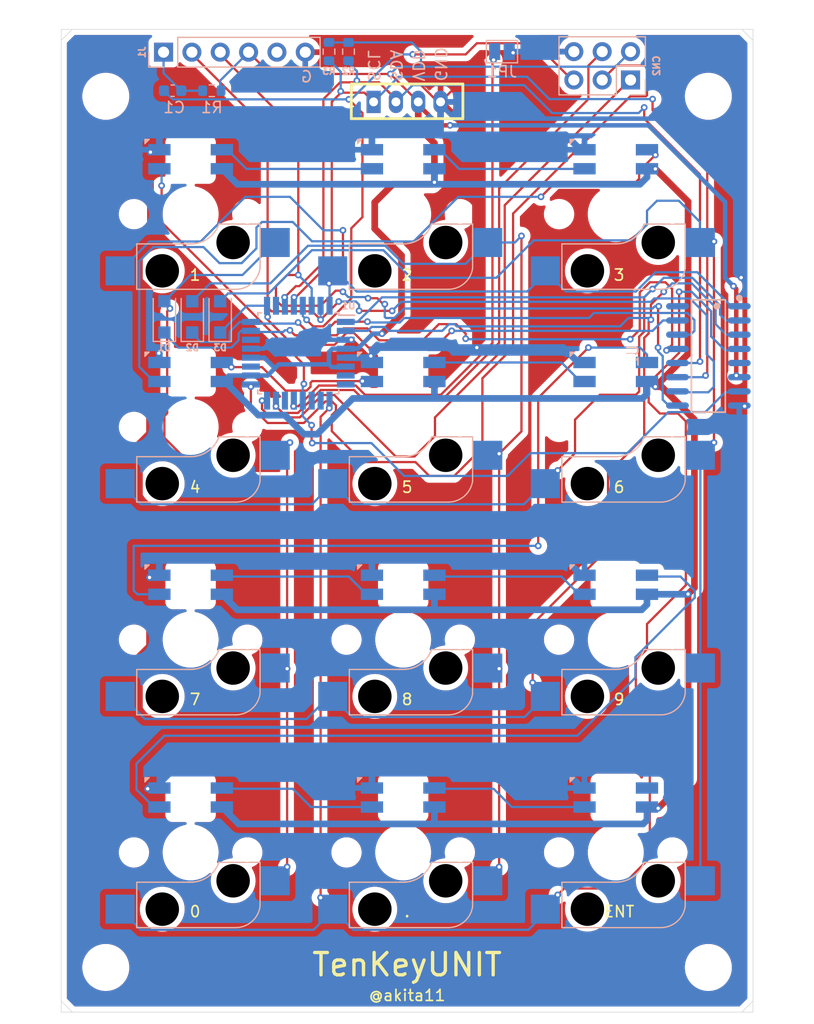
<source format=kicad_pcb>
(kicad_pcb (version 20211014) (generator pcbnew)
  (layers (0 "F.Cu" signal) (31 "B.Cu" signal) (34 "B.Paste" user) (35 "F.Paste" user) (36 "B.SilkS" user "B.Silkscreen") (37 "F.SilkS" user "F.Silkscreen") (38 "B.Mask" user) (39 "F.Mask" user) (44 "Edge.Cuts" user))
  (net 0 "")
  (net 1 "/DTR")
  (net 2 "/RSTN")
  (net 3 "/SCL")
  (net 4 "/SDA")
  (net 5 "+5V")
  (net 6 "GND")
  (net 7 "/MISO")
  (net 8 "/SCK")
  (net 9 "/C0")
  (net 10 "/C0R")
  (net 11 "/C1")
  (net 12 "/C1R")
  (net 13 "/C2")
  (net 14 "/C2R")
  (net 15 "/TXD")
  (net 16 "/RXD")
  (net 18 "/R0")
  (net 19 "Net-(SW1-Pad4)")
  (net 20 "/LED")
  (net 21 "Net-(SW2-Pad4)")
  (net 22 "Net-(SW3-Pad4)")
  (net 23 "/R1")
  (net 24 "Net-(SW4-Pad4)")
  (net 25 "Net-(SW5-Pad4)")
  (net 26 "Net-(SW6-Pad4)")
  (net 27 "/R2")
  (net 28 "Net-(SW7-Pad4)")
  (net 29 "Net-(SW8-Pad4)")
  (net 30 "Net-(SW10-Pad6)")
  (net 31 "/R3")
  (net 32 "Net-(SW10-Pad4)")
  (net 33 "Net-(SW11-Pad4)")
  (net 43 "/MOSI")
  (net 46 "/MD")
  (footprint "MountingHole:MountingHole_3.2mm_M3" (layer "F.Cu") (at 58 80)
    (fp_text reference "REF**" hide)
    (fp_text value "MountingHole_3.2mm_M3")
  )
  (footprint "MountingHole:MountingHole_3.2mm_M3" (layer "F.Cu") (at 4 80)
    (fp_text reference "REF**" hide)
    (fp_text value "MountingHole_3.2mm_M3")
  )
  (footprint "akita:CON_GROVE_H_roundPad" (layer "F.Cu") (at 31 2.5)
    (fp_text reference "CN1" hide)
    (fp_text value "CON_GROVE")
  )
  (footprint "MountingHole:MountingHole_3.2mm_M3" (layer "F.Cu") (at 58 2)
    (fp_text reference "REF**" hide)
    (fp_text value "MountingHole_3.2mm_M3")
  )
  (footprint "MountingHole:MountingHole_3.2mm_M3" (layer "F.Cu") (at 4 2)
    (fp_text reference "REF**" hide)
    (fp_text value "MountingHole_3.2mm_M3")
  )
  (footprint "keyboard:MX_Socket_LED" (layer "B.Cu") (at 59.2 3.05 180)
    (fp_text reference "SW3" hide)
    (fp_text value "Key_Switch_with_LED" hide)
  )
  (footprint "Resistor_SMD:R_0603_1608Metric" (layer "B.Cu") (at 24 -2 -90)
    (fp_text reference "R3")
    (fp_text value "4.7k")
  )
  (footprint "keyboard:MX_Socket_LED" (layer "B.Cu") (at 59.2 22.1 180)
    (fp_text reference "SW6" hide)
    (fp_text value "Key_Switch_with_LED" hide)
  )
  (footprint "keyboard:MX_Socket_LED" (layer "B.Cu") (at 21.1 41.15 180)
    (fp_text reference "SW7" hide)
    (fp_text value "Key_Switch_with_LED" hide)
  )
  (footprint "keyboard:MX_Socket_LED" (layer "B.Cu") (at 40.15 3.05 180)
    (fp_text reference "SW2" hide)
    (fp_text value "Key_Switch_with_LED" hide)
  )
  (footprint "keyboard:MX_Socket_LED" (layer "B.Cu") (at 21.1 22.1 180)
    (fp_text reference "SW4" hide)
    (fp_text value "Key_Switch_with_LED" hide)
  )
  (footprint "keyboard:MX_Socket_LED" (layer "B.Cu") (at 40.15 60.2 180)
    (fp_text reference "SW11" hide)
    (fp_text value "Key_Switch_with_LED" hide)
  )
  (footprint "keyboard:MX_Socket_LED" (layer "B.Cu") (at 21.1 60.2 180)
    (fp_text reference "SW10" hide)
    (fp_text value "Key_Switch_with_LED" hide)
  )
  (footprint "Connector_PinSocket_2.54mm:PinSocket_1x06_P2.54mm_Vertical" (layer "B.Cu") (at 9.175 -1.95 -90)
    (fp_text reference "J1")
    (fp_text value "Conn_01x06")
  )
  (footprint "libLCSC:SOP-16_L9.9-W3.9-P1.27-LS6.0-BL" (layer "B.Cu") (at 58 25.25 -90)
    (fp_text reference "U2")
    (fp_text value "STC8G1K08-38I-SOP16_C2901876")
  )
  (footprint "keyboard:MX_Socket_LED" (layer "B.Cu") (at 40.15 22.1 180)
    (fp_text reference "SW5" hide)
    (fp_text value "Key_Switch_with_LED" hide)
  )
  (footprint "Diode_SMD:D_SOD-123F" (layer "B.Cu") (at 14.25 21.75 90)
    (fp_text reference "D3")
    (fp_text value "D")
  )
  (footprint "Capacitor_SMD:C_0603_1608Metric" (layer "B.Cu") (at 9.99 1.5 180)
    (fp_text reference "C1")
    (fp_text value "C")
  )
  (footprint "Resistor_SMD:R_0603_1608Metric" (layer "B.Cu") (at 25.75 -2 -90)
    (fp_text reference "R2")
    (fp_text value "4.7k")
  )
  (footprint "Resistor_SMD:R_0603_1608Metric" (layer "B.Cu") (at 13.5 1.5 180)
    (fp_text reference "R1")
    (fp_text value "R")
  )
  (footprint "keyboard:MX_Socket_LED" (layer "B.Cu") (at 40.15 41.15 180)
    (fp_text reference "SW8" hide)
    (fp_text value "Key_Switch_with_LED" hide)
  )
  (footprint "Diode_SMD:D_SOD-123F" (layer "B.Cu") (at 9.25 21.75 90)
    (fp_text reference "D1")
    (fp_text value "D")
  )
  (footprint "keyboard:MX_Socket_LED" (layer "B.Cu") (at 21.1 3.05 180)
    (fp_text reference "SW1" hide)
    (fp_text value "Key_Switch_with_LED" hide)
  )
  (footprint "Jumper:SolderJumper-2_P1.3mm_Open_Pad1.0x1.5mm" (layer "B.Cu") (at 39.5 -2)
    (fp_text reference "JP1")
    (fp_text value "Jumper_2_Open")
  )
  (footprint "keyboard:MX_Socket_LED" (layer "B.Cu") (at 59.2 41.15 180)
    (fp_text reference "SW9" hide)
    (fp_text value "Key_Switch_with_LED" hide)
  )
  (footprint "Connector_PinHeader_2.54mm:PinHeader_2x03_P2.54mm_Vertical" (layer "B.Cu") (at 51.025 0.54 90)
    (fp_text reference "CN2")
    (fp_text value "CON_AVRISP")
  )
  (footprint "Diode_SMD:D_SOD-123F" (layer "B.Cu") (at 11.75 21.75 90)
    (fp_text reference "D2")
    (fp_text value "D")
  )
  (footprint "keyboard:MX_Socket_LED" (layer "B.Cu") (at 59.2 60.2 180)
    (fp_text reference "SW12" hide)
    (fp_text value "Key_Switch_with_LED" hide)
  )
  (footprint "Package_QFP:TQFP-32_7x7mm_P0.8mm" (layer "B.Cu") (at 21.25 25 180)
    (fp_text reference "U1")
    (fp_text value "ATmega8-16A")
  )
  (gr_line (start 61 -4) (end 62 -3) (layer "Edge.Cuts") (width 0.05))
  (gr_line (start 0 83) (end 1 84) (layer "Edge.Cuts") (width 0.05))
  (gr_line (start 0 -3) (end 1 -4) (layer "Edge.Cuts") (width 0.05))
  (gr_line (start 62 83) (end 61 84) (layer "Edge.Cuts") (width 0.05))
  (gr_rect (start 0 -4) (end 62 84) (layer "Edge.Cuts") (width 0.05) (fill none))
  (gr_text "SDA" (at 30 0.75 270) (layer "B.SilkS") (effects (font (size 1 1)) (justify left mirror)))
  (gr_text "SCL\n" (at 28 0.75 270) (layer "B.SilkS") (effects (font (size 1 1)) (justify left mirror)))
  (gr_text "VDD" (at 32 0.75 270) (layer "B.SilkS") (effects (font (size 1 1)) (justify left mirror)))
  (gr_text "G" (at 22 0.25) (layer "B.SilkS") (effects (font (size 1 1)) (justify mirror)))
  (gr_text "GND" (at 34 0.75 270) (layer "B.SilkS") (effects (font (size 1 1)) (justify left mirror)))
  (gr_text "3" (at 50 18) (layer "F.SilkS") (effects (font (size 1 1))))
  (gr_text "4" (at 12 37) (layer "F.SilkS") (effects (font (size 1 1))))
  (gr_text "ENT" (at 50 75) (layer "F.SilkS") (effects (font (size 1 1))))
  (gr_text "@akita11" (at 31 82.5) (layer "F.SilkS") (effects (font (size 1 1))))
  (gr_text "1" (at 12 18) (layer "F.SilkS") (effects (font (size 1 1))))
  (gr_text "5" (at 31 37) (layer "F.SilkS") (effects (font (size 1 1))))
  (gr_text "0" (at 12 75) (layer "F.SilkS") (effects (font (size 1 1))))
  (gr_text "9" (at 50 56) (layer "F.SilkS") (effects (font (size 1 1))))
  (gr_text "TenKeyUNIT\n" (at 31 79.75) (layer "F.SilkS") (effects (font (size 2 2) (thickness 0.3))))
  (gr_text "6" (at 50 37) (layer "F.SilkS") (effects (font (size 1 1))))
  (gr_text "." (at 31 75) (layer "F.SilkS") (effects (font (size 1 1))))
  (gr_text "7" (at 12 56) (layer "F.SilkS") (effects (font (size 1 1))))
  (gr_text "8" (at 31 56) (layer "F.SilkS") (effects (font (size 1 1))))
  (gr_text "2" (at 31 18) (layer "F.SilkS") (effects (font (size 1 1))))
  (segment (start 9.175 -0.075) (end 10.75 1.5) (width 0.2) (layer "B.Cu") (net 1))
  (segment (start 9.175 -1.95) (end 9.175 -0.075) (width 0.2) (layer "B.Cu") (net 1))
  (segment (start 12.675 1.5) (end 11 1.5) (width 0.2) (layer "B.Cu") (net 1))
  (segment (start 21.993958 22.015537) (end 22.577932 22.599511) (width 0.2) (layer "F.Cu") (net 2))
  (segment (start 25.173919 20.923919) (end 26 20.097838) (width 0.2) (layer "F.Cu") (net 2))
  (segment (start 27 12.81638) (end 27 3.5) (width 0.2) (layer "F.Cu") (net 2))
  (segment (start 23.498327 22.599511) (end 25.173919 20.923919) (width 0.2) (layer "F.Cu") (net 2))
  (segment (start 37.25 -2.75) (end 42.5 -2.75) (width 0.2) (layer "F.Cu") (net 2))
  (segment (start 22.577932 22.599511) (end 23.498327 22.599511) (width 0.2) (layer "F.Cu") (net 2))
  (segment (start 26 13.81638) (end 27 12.81638) (width 0.2) (layer "F.Cu") (net 2))
  (segment (start 36.25 -1.75) (end 37.25 -2.75) (width 0.2) (layer "F.Cu") (net 2))
  (segment (start 31.5 -1.75) (end 36.25 -1.75) (width 0.2) (layer "F.Cu") (net 2))
  (segment (start 27 3.5) (end 25.77452 2.27452) (width 0.2) (layer "F.Cu") (net 2))
  (segment (start 26 20.097838) (end 26 13.81638) (width 0.2) (layer "F.Cu") (net 2))
  (segment (start 42.5 -2.75) (end 46 0.75) (width 0.2) (layer "F.Cu") (net 2))
  (via (at 21.993958 22.015537) (size 0.6) (drill 0.3) (layers "F.Cu" "B.Cu") (net 2))
  (via (at 25.77452 2.27452) (size 0.6) (drill 0.3) (layers "F.Cu" "B.Cu") (net 2))
  (via (at 31.5 -1.75) (size 0.6) (drill 0.3) (layers "F.Cu" "B.Cu") (net 2))
  (segment (start 25.77452 2.27452) (end 25.991458 2.27452) (width 0.2) (layer "B.Cu") (net 2))
  (segment (start 9.215 1.5) (end 9.98952 2.27452) (width 0.2) (layer "B.Cu") (net 2))
  (segment (start 21.65 20.75) (end 21.65 21.671579) (width 0.2) (layer "B.Cu") (net 2))
  (segment (start 9.98952 2.27452) (end 25.77452 2.27452) (width 0.2) (layer "B.Cu") (net 2))
  (segment (start 21.65 21.671579) (end 21.993958 22.015537) (width 0.2) (layer "B.Cu") (net 2))
  (segment (start 30.015978 -1.75) (end 31.5 -1.75) (width 0.2) (layer "B.Cu") (net 2))
  (segment (start 25.991458 2.27452) (end 30.015978 -1.75) (width 0.2) (layer "B.Cu") (net 2))
  (segment (start 57.9005 26.8495) (end 57.75 27) (width 0.2) (layer "F.Cu") (net 3))
  (segment (start 57.9005 8.1505) (end 57.9005 22) (width 0.2) (layer "F.Cu") (net 3))
  (segment (start 53 2.25) (end 53 3.25) (width 0.2) (layer "F.Cu") (net 3))
  (segment (start 21.010666 20) (end 24.25 16.760666) (width 0.2) (layer "F.Cu") (net 3))
  (segment (start 25.074991 1.675009) (end 27.175009 1.675009) (width 0.2) (layer "F.Cu") (net 3))
  (segment (start 24.25 2.5) (end 25.074991 1.675009) (width 0.2) (layer "F.Cu") (net 3))
  (segment (start 20.875498 20) (end 21.010666 20) (width 0.2) (layer "F.Cu") (net 3))
  (segment (start 24.25 16.760666) (end 24.25 2.5) (width 0.2) (layer "F.Cu") (net 3))
  (segment (start 53 3.25) (end 57.9005 8.1505) (width 0.2) (layer "F.Cu") (net 3))
  (segment (start 27.175009 1.675009) (end 28 2.5) (width 0.2) (layer "F.Cu") (net 3))
  (segment (start 57.9005 22) (end 57.9005 26.8495) (width 0.2) (layer "F.Cu") (net 3))
  (via (at 53 2.25) (size 0.6) (drill 0.3) (layers "F.Cu" "B.Cu") (net 3))
  (via (at 57.75 27) (size 0.6) (drill 0.3) (layers "F.Cu" "B.Cu") (net 3))
  (via (at 20.875498 20) (size 0.6) (drill 0.3) (layers "F.Cu" "B.Cu") (net 3))
  (via (at 25.048911 1.548911) (size 0.6) (drill 0.3) (layers "F.Cu" "B.Cu") (net 3))
  (segment (start 20.85 20.75) (end 20.85 20.025498) (width 0.2) (layer "B.Cu") (net 3))
  (segment (start 57.6 27.15) (end 57.75 27) (width 0.2) (layer "B.Cu") (net 3))
  (segment (start 41.75 0.25) (end 30.25 0.25) (width 0.2) (layer "B.Cu") (net 3))
  (segment (start 20.85 20.025498) (end 20.875498 20) (width 0.2) (layer "B.Cu") (net 3))
  (segment (start 25.048911 1.548911) (end 25.048911 -0.201089) (width 0.2) (layer "B.Cu") (net 3))
  (segment (start 55.23 27.15) (end 57.6 27.15) (width 0.2) (layer "B.Cu") (net 3))
  (segment (start 53 2.25) (end 43.75 2.25) (width 0.2) (layer "B.Cu") (net 3))
  (segment (start 30.25 0.25) (end 28 2.5) (width 0.2) (layer "B.Cu") (net 3))
  (segment (start 43.75 2.25) (end 41.75 0.25) (width 0.2) (layer "B.Cu") (net 3))
  (segment (start 25.048911 -0.201089) (end 24.25 -1) (width 0.2) (layer "B.Cu") (net 3))
  (segment (start 57.25 9) (end 52.25 4) (width 0.2) (layer "F.Cu") (net 4))
  (segment (start 21.024502 19) (end 20.024502 20) (width 0.2) (layer "F.Cu") (net 4))
  (segment (start 52.25 4) (end 52.25 3) (width 0.2) (layer "F.Cu") (net 4))
  (segment (start 23.5 16.84783) (end 21.34783 19) (width 0.2) (layer "F.Cu") (net 4))
  (segment (start 30 2.265978) (end 28.484022 0.75) (width 0.2) (layer "F.Cu") (net 4))
  (segment (start 25 0.75) (end 23.5 2.25) (width 0.2) (layer "F.Cu") (net 4))
  (segment (start 30 2.5) (end 30 2.265978) (width 0.2) (layer "F.Cu") (net 4))
  (segment (start 21.34783 19) (end 21.024502 19) (width 0.2) (layer "F.Cu") (net 4))
  (segment (start 57.25 25.75) (end 57.25 9) (width 0.2) (layer "F.Cu") (net 4))
  (segment (start 28.484022 0.75) (end 25 0.75) (width 0.2) (layer "F.Cu") (net 4))
  (segment (start 23.5 2.25) (end 23.5 16.84783) (width 0.2) (layer "F.Cu") (net 4))
  (via (at 52.25 3) (size 0.6) (drill 0.3) (layers "F.Cu" "B.Cu") (net 4))
  (via (at 57.25 25.75) (size 0.6) (drill 0.3) (layers "F.Cu" "B.Cu") (net 4))
  (via (at 20.024502 20) (size 0.6) (drill 0.3) (layers "F.Cu" "B.Cu") (net 4))
  (via (at 26.5 0.5995) (size 0.6) (drill 0.3) (layers "F.Cu" "B.Cu") (net 4))
  (segment (start 26.5 -0.25) (end 25.75 -1) (width 0.2) (layer "B.Cu") (net 4))
  (segment (start 30 2.5) (end 31.5 1) (width 0.2) (layer "B.Cu") (net 4))
  (segment (start 57.25 25.75) (end 57.12 25.88) (width 0.2) (layer "B.Cu") (net 4))
  (segment (start 26.5 0.5995) (end 26.5 -0.25) (width 0.2) (layer "B.Cu") (net 4))
  (segment (start 20.05 20.75) (end 20.05 20.025498) (width 0.2) (layer "B.Cu") (net 4))
  (segment (start 52.25 3) (end 51.75 3.5) (width 0.2) (layer "B.Cu") (net 4))
  (segment (start 44 3.5) (end 51.75 3.5) (width 0.2) (layer "B.Cu") (net 4))
  (segment (start 31.5 1) (end 41.5 1) (width 0.2) (layer "B.Cu") (net 4))
  (segment (start 20.05 20.025498) (end 20.024502 20) (width 0.2) (layer "B.Cu") (net 4))
  (segment (start 57.12 25.88) (end 55.23 25.88) (width 0.2) (layer "B.Cu") (net 4))
  (segment (start 41.5 1) (end 44 3.5) (width 0.2) (layer "B.Cu") (net 4))
  (segment (start 56.75 46) (end 56.179521 46.570479) (width 0.6) (layer "F.Cu") (net 5))
  (segment (start 53.25 28) (end 56.179521 25.070479) (width 0.6) (layer "F.Cu") (net 5))
  (segment (start 60.5 19.25) (end 60.25 19) (width 0.4) (layer "F.Cu") (net 5))
  (segment (start 30.5 21.5) (end 30.5 16.25) (width 0.6) (layer "F.Cu") (net 5))
  (segment (start 33.45 9.7) (end 33.45 6.2) (width 0.6) (layer "F.Cu") (net 5))
  (segment (start 28.100479 13.850479) (end 28.100479 11.493953) (width 0.6) (layer "F.Cu") (net 5))
  (segment (start 60.5 19.5) (end 60.5 19.25) (width 0.4) (layer "F.Cu") (net 5))
  (segment (start 18.745 0) (end 29.5 0) (width 0.2) (layer "F.Cu") (net 5))
  (segment (start 56.179521 63.070479) (end 53.5 65.75) (width 0.6) (layer "F.Cu") (net 5))
  (segment (start 29.625 0.125) (end 32 2.5) (width 0.2) (layer "F.Cu") (net 5))
  (segment (start 34.84952 4.59952) (end 33.84952 4.59952) (width 0.4) (layer "F.Cu") (net 5))
  (segment (start 33.45 6.2) (end 32 4.75) (width 0.6) (layer "F.Cu") (net 5))
  (segment (start 53.79975 28) (end 56.75 30.95025) (width 0.6) (layer "F.Cu") (net 5))
  (segment (start 29.5 0) (end 29.625 0.125) (width 0.2) (layer "F.Cu") (net 5))
  (segment (start 28.100479 11.493953) (end 29.719912 9.87452) (width 0.6) (layer "F.Cu") (net 5))
  (segment (start 56.179521 11.429521) (end 53.25 8.5) (width 0.6) (layer "F.Cu") (net 5))
  (segment (start 56.75 30.95025) (end 56.75 46) (width 0.6) (layer "F.Cu") (net 5))
  (segment (start 32 4.75) (end 32 2.5) (width 0.6) (layer "F.Cu") (net 5))
  (segment (start 60.5 27) (end 60.5 19.5) (width 0.4) (layer "F.Cu") (net 5))
  (segment (start 29.719912 9.87452) (end 33.27548 9.87452) (width 0.6) (layer "F.Cu") (net 5))
  (segment (start 16.795 -1.95) (end 18.745 0) (width 0.2) (layer "F.Cu") (net 5))
  (segment (start 53.25 28) (end 53.79975 28) (width 0.6) (layer "F.Cu") (net 5))
  (segment (start 56.179521 46.570479) (end 56.179521 63.070479) (width 0.6) (layer "F.Cu") (net 5))
  (segment (start 56.179521 25.070479) (end 56.179521 11.429521) (width 0.6) (layer "F.Cu") (net 5))
  (segment (start 33.84952 4.59952) (end 32 2.75) (width 0.4) (layer "F.Cu") (net 5))
  (segment (start 33.27548 9.87452) (end 33.45 9.7) (width 0.6) (layer "F.Cu") (net 5))
  (segment (start 30.5 16.25) (end 28.100479 13.850479) (width 0.6) (layer "F.Cu") (net 5))
  (segment (start 28.75 23.25) (end 30.5 21.5) (width 0.6) (layer "F.Cu") (net 5))
  (via (at 34.84952 4.59952) (size 0.6) (drill 0.3) (layers "F.Cu" "B.Cu") (net 5))
  (via (at 60.5 27) (size 0.6) (drill 0.3) (layers "F.Cu" "B.Cu") (net 5))
  (via (at 60.25 19) (size 0.6) (drill 0.3) (layers "F.Cu" "B.Cu") (net 5))
  (via (at 53.5 65.75) (size 0.6) (drill 0.3) (layers "F.Cu" "B.Cu") (net 5))
  (via (at 53.25 28) (size 0.6) (drill 0.3) (layers "F.Cu" "B.Cu") (net 5))
  (via (at 53.25 8.5) (size 0.6) (drill 0.3) (layers "F.Cu" "B.Cu") (net 5))
  (via (at 28.75 23.25) (size 0.6) (drill 0.3) (layers "F.Cu" "B.Cu") (net 5))
  (via (at 29.5 0) (size 0.6) (drill 0.3) (layers "F.Cu" "B.Cu") (net 5))
  (via (at 33.45 9.7) (size 0.6) (drill 0.3) (layers "F.Cu" "B.Cu") (net 5))
  (via (at 56.179521 46.570479) (size 0.6) (drill 0.3) (layers "F.Cu" "B.Cu") (net 5))
  (segment (start 17.675489 30.549511) (end 14.625978 27.5) (width 0.6) (layer "B.Cu") (net 5))
  (segment (start 17 27) (end 18.5 27) (width 0.4) (layer "B.Cu") (net 5))
  (segment (start 24 24.9) (end 24 26) (width 0.4) (layer "B.Cu") (net 5))
  (segment (start 59.5 11.473478) (end 59.5 18.25) (width 0.4) (layer "B.Cu") (net 5))
  (segment (start 59.5 18.25) (end 60.25 19) (width 0.4) (layer "B.Cu") (net 5))
  (segment (start 24 26) (end 24.25 26.25) (width 0.4) (layer "B.Cu") (net 5))
  (segment (start 52.02548 47.97452) (end 52.5 47.5) (width 0.6) (layer "B.Cu") (net 5))
  (segment (start 14.4 65.636) (end 15.914479 67.150479) (width 0.6) (layer "B.Cu") (net 5))
  (segment (start 24.3 24.6) (end 24 24.9) (width 0.4) (layer "B.Cu") (net 5))
  (segment (start 52.5 9.25) (end 52.5 8.5) (width 0.6) (layer "B.Cu") (net 5))
  (segment (start 33.62452 9.87452) (end 51.87548 9.87452) (width 0.6) (layer "B.Cu") (net 5))
  (segment (start 52.5 27.536) (end 52.5 28.646) (width 0.6) (layer "B.Cu") (net 5))
  (segment (start 29.5 0) (end 30.150489 -0.650489) (width 0.2) (layer "B.Cu") (net 5))
  (segment (start 52.5 8.486) (end 53.236 8.486) (width 0.6) (layer "B.Cu") (net 5))
  (segment (start 20.049511 30.549511) (end 17.675489 30.549511) (width 0.6) (layer "B.Cu") (net 5))
  (segment (start 33.47452 47.97452) (end 52.02548 47.97452) (width 0.6) (layer "B.Cu") (net 5))
  (segment (start 21.75 32.25) (end 20.049511 30.549511) (width 0.6) (layer "B.Cu") (net 5))
  (segment (start 53.236 8.486) (end 53.25 8.5) (width 0.6) (layer "B.Cu") (net 5))
  (segment (start 33.45 8.486) (end 33.45 9.7) (width 0.6) (layer "B.Cu") (net 5))
  (segment (start 17 27) (end 15 27) (width 0.4) (layer "B.Cu") (net 5))
  (segment (start 33.45 47.95) (end 33.47452 47.97452) (width 0.6) (layer "B.Cu") (net 5))
  (segment (start 52.5 47.5) (end 52.5 46.5) (width 0.6) (layer "B.Cu") (net 5))
  (segment (start 32.650489 -0.650489) (end 49.675489 -0.650489) (width 0.2) (layer "B.Cu") (net 5))
  (segment (start 33.45 65.636) (end 33.45 66.95) (width 0.6) (layer "B.Cu") (net 5))
  (segment (start 18.5 27) (end 19.5 26) (width 0.4) (layer "B.Cu") (net 5))
  (segment (start 33.45 46.586) (end 33.45 47.95) (width 0.6) (layer "B.Cu") (net 5))
  (segment (start 52.5 28.646) (end 52.095521 29.050479) (width 0.6) (layer "B.Cu") (net 5))
  (segment (start 24.25 26.25) (end 25.5 26.25) (width 0.4) (layer "B.Cu") (net 5))
  (segment (start 14.4 46.586) (end 15.78852 47.97452) (width 0.6) (layer "B.Cu") (net 5))
  (segment (start 27.924022 23.25) (end 26.574022 24.6) (width 0.4) (layer "B.Cu") (net 5))
  (segment (start 49.675489 -0.650489) (end 51.025 -2) (width 0.2) (layer "B.Cu") (net 5))
  (segment (start 56.164 46.586) (end 56.179521 46.570479) (width 0.6) (layer "B.Cu") (net 5))
  (segment (start 33.45 27.536) (end 33.45 28.900958) (width 0.6) (layer "B.Cu") (net 5))
  (segment (start 52.5 66.807135) (end 52.5 65.75) (width 0.6) (layer "B.Cu") (net 5))
  (segment (start 53.25 28) (end 52.786 27.536) (width 0.6) (layer "B.Cu") (net 5))
  (segment (start 60.65 27.15) (end 60.5 27) (width 0.4) (layer "B.Cu") (net 5))
  (segment (start 33.45 28.900958) (end 33.300479 29.050479) (width 0.6) (layer "B.Cu") (net 5))
  (segment (start 14.4 8.486) (end 15.78852 9.87452) (width 0.6) (layer "B.Cu") (net 5))
  (segment (start 52.5 46.586) (end 56.164 46.586) (width 0.6) (layer "B.Cu") (net 5))
  (segment (start 33.45 66.95) (end 33.650479 67.150479) (width 0.6) (layer "B.Cu") (net 5))
  (segment (start 30.150489 -0.650489) (end 32.650489 -0.650489) (width 0.2) (layer "B.Cu") (net 5))
  (segment (start 18.2 25.4) (end 19.15 26.35) (width 0.4) (layer "B.Cu") (net 5))
  (segment (start 15.914479 67.150479) (end 33.650479 67.150479) (width 0.6) (layer "B.Cu") (net 5))
  (segment (start 19.15 26.35) (end 18.5 27) (width 0.4) (layer "B.Cu") (net 5))
  (segment (start 25.5 24.6) (end 24.3 24.6) (width 0.4) (layer "B.Cu") (net 5))
  (segment (start 15.78852 47.97452) (end 33.47452 47.97452) (width 0.6) (layer "B.Cu") (net 5))
  (segment (start 28.75 23.25) (end 27.924022 23.25) (width 0.4) (layer "B.Cu") (net 5))
  (segment (start 34.84952 4.59952) (end 52.626042 4.59952) (width 0.4) (layer "B.Cu") (net 5))
  (segment (start 24 -2.825) (end 31.425 -2.825) (width 0.2) (layer "B.Cu") (net 5))
  (segment (start 33.45 9.7) (end 33.62452 9.87452) (width 0.6) (layer "B.Cu") (net 5))
  (segment (start 51.87548 9.87452) (end 52.5 9.25) (width 0.6) (layer "B.Cu") (net 5))
  (segment (start 33.650479 67.150479) (end 52.156656 67.150479) (width 0.6) (layer "B.Cu") (net 5))
  (segment (start 19.5 26) (end 24 26) (width 0.4) (layer "B.Cu") (net 5))
  (segment (start 52.156656 67.150479) (end 52.5 66.807135) (width 0.6) (layer "B.Cu") (net 5))
  (segment (start 33.300479 29.050479) (end 26.140298 29.050479) (width 0.6) (layer "B.Cu") (net 5))
  (segment (start 16.795 -1.95) (end 14.25 0.595) (width 0.2) (layer "B.Cu") (net 5))
  (segment (start 60.77 27.15) (end 60.65 27.15) (width 0.4) (layer "B.Cu") (net 5))
  (segment (start 26.140298 29.050479) (end 22.940777 32.25) (width 0.6) (layer "B.Cu") (net 5))
  (segment (start 14.625978 27.5) (end 14.25 27.5) (width 0.6) (layer "B.Cu") (net 5))
  (segment (start 22.940777 32.25) (end 21.75 32.25) (width 0.6) (layer "B.Cu") (net 5))
  (segment (start 15.78852 9.87452) (end 33.62452 9.87452) (width 0.6) (layer "B.Cu") (net 5))
  (segment (start 52.786 27.536) (end 52.5 27.536) (width 0.6) (layer "B.Cu") (net 5))
  (segment (start 32.25 -2) (end 32.25 -0.75) (width 0.2) (layer "B.Cu") (net 5))
  (segment (start 52.626042 4.59952) (end 59.5 11.473478) (width 0.4) (layer "B.Cu") (net 5))
  (segment (start 26.574022 24.6) (end 25.5 24.6) (width 0.4) (layer "B.Cu") (net 5))
  (segment (start 14.25 0.595) (end 14.25 1.5) (width 0.2) (layer "B.Cu") (net 5))
  (segment (start 31.425 -2.825) (end 32.25 -2) (width 0.2) (layer "B.Cu") (net 5))
  (segment (start 17 25.4) (end 18.2 25.4) (width 0.4) (layer "B.Cu") (net 5))
  (segment (start 15 27) (end 14.5 27.5) (width 0.4) (layer "B.Cu") (net 5))
  (segment (start 52.095521 29.050479) (end 33.300479 29.050479) (width 0.6) (layer "B.Cu") (net 5))
  (segment (start 37.129521 24.379521) (end 37.25 24.5) (width 0.6) (layer "F.Cu") (net 6))
  (segment (start 7.919521 45.080479) (end 7.919521 38.919521) (width 0.6) (layer "F.Cu") (net 6))
  (segment (start 8.25 25) (end 7.919521 24.669521) (width 0.6) (layer "F.Cu") (net 6))
  (segment (start 7.010479 38.010479) (end 7.010479 33.088744) (width 0.6) (layer "F.Cu") (net 6))
  (segment (start 7.75 64) (end 7.010479 63.260479) (width 0.6) (layer "F.Cu") (net 6))
  (segment (start 21.875 -1.95) (end 29.3 -1.95) (width 0.2) (layer "F.Cu") (net 6))
  (segment (start 34 2.5) (end 37.129521 5.629521) (width 0.6) (layer "F.Cu") (net 6))
  (segment (start 27.45 25.25) (end 26 23.8) (width 0.4) (layer "F.Cu") (net 6))
  (segment (start 29.3 -1.95) (end 34 2.75) (width 0.2) (layer "F.Cu") (net 6))
  (segment (start 7.919521 19.387982) (end 7.010479 18.47894) (width 0.6) (layer "F.Cu") (net 6))
  (segment (start 37.129521 5.629521) (end 37.129521 24.379521) (width 0.6) (layer "F.Cu") (net 6))
  (segment (start 7.919521 38.919521) (end 7.010479 38.010479) (width 0.6) (layer "F.Cu") (net 6))
  (segment (start 8 13.5) (end 8 7) (width 0.6) (layer "F.Cu") (net 6))
  (segment (start 7.919521 32.179702) (end 7.919521 24.669521) (width 0.6) (layer "F.Cu") (net 6))
  (segment (start 38.4005 -1.9005) (end 40.5 -1.9005) (width 0.2) (layer "F.Cu") (net 6))
  (segment (start 7.919521 24.669521) (end 7.919521 19.387982) (width 0.6) (layer "F.Cu") (net 6))
  (segment (start 7.010479 63.260479) (end 7.010479 52.138744) (width 0.6) (layer "F.Cu") (net 6))
  (segment (start 27.75 25.25) (end 27.45 25.25) (width 0.4) (layer "F.Cu") (net 6))
  (segment (start 34 2.5) (end 38.4005 -1.9005) (width 0.2) (layer "F.Cu") (net 6))
  (segment (start 61.25 29.75) (end 61.25 18.54) (width 0.4) (layer "F.Cu") (net 6))
  (segment (start 8.75 25) (end 8.25 25) (width 0.6) (layer "F.Cu") (net 6))
  (segment (start 61.25 18.54) (end 60.94 18.23) (width 0.4) (layer "F.Cu") (net 6))
  (segment (start 7.010479 33.088744) (end 7.919521 32.179702) (width 0.6) (layer "F.Cu") (net 6))
  (segment (start 7.010479 14.489521) (end 8 13.5) (width 0.6) (layer "F.Cu") (net 6))
  (segment (start 7.010479 18.47894) (end 7.010479 14.489521) (width 0.6) (layer "F.Cu") (net 6))
  (segment (start 7.010479 52.138744) (end 7.919521 51.229702) (width 0.6) (layer "F.Cu") (net 6))
  (segment (start 7.919521 51.229702) (end 7.919521 45.080479) (width 0.6) (layer "F.Cu") (net 6))
  (via (at 40.5 -1.9005) (size 0.6) (drill 0.3) (layers "F.Cu" "B.Cu") (net 6))
  (via (at 7.75 64) (size 0.6) (drill 0.3) (layers "F.Cu" "B.Cu") (net 6))
  (via (at 26 23.8) (size 0.6) (drill 0.3) (layers "F.Cu" "B.Cu") (net 6))
  (via (at 27.75 25.25) (size 0.6) (drill 0.3) (layers "F.Cu" "B.Cu") (net 6))
  (via (at 8.75 25) (size 0.6) (drill 0.3) (layers "F.Cu" "B.Cu") (net 6))
  (via (at 37.25 24.5) (size 0.6) (drill 0.3) (layers "F.Cu" "B.Cu") (net 6))
  (via (at 60.94 18.23) (size 0.6) (drill 0.3) (layers "F.Cu" "B.Cu") (net 6))
  (via (at 8 7) (size 0.6) (drill 0.3) (layers "F.Cu" "B.Cu") (net 6))
  (via (at 61.25 29.75) (size 0.6) (drill 0.3) (layers "F.Cu" "B.Cu") (net 6))
  (via (at 7.919521 45.080479) (size 0.6) (drill 0.3) (layers "F.Cu" "B.Cu") (net 6))
  (segment (start 8.8 63.51073) (end 9.71025 62.60048) (width 0.6) (layer "B.Cu") (net 6))
  (segment (start 18.135756 24.6) (end 17 24.6) (width 0.4) (layer "B.Cu") (net 6))
  (segment (start 9.71025 62.60048) (end 27.89952 62.60048) (width 0.6) (layer "B.Cu") (net 6))
  (segment (start 27.85 25.35) (end 27.85 25.8325) (width 0.4) (layer "B.Cu") (net 6))
  (segment (start 8.8 63.9325) (end 8.8 63.51073) (width 0.6) (layer "B.Cu") (net 6))
  (segment (start 28.5 24.5) (end 37.25 24.5) (width 0.6) (layer "B.Cu") (net 6))
  (segment (start 26 23.8) (end 18.935756 23.8) (width 0.4) (layer "B.Cu") (net 6))
  (segment (start 27.6 25.4) (end 27.75 25.25) (width 0.6) (layer "B.Cu") (net 6))
  (segment (start 27.85 5.50096) (end 27.79952 5.45048) (width 0.6) (layer "B.Cu") (net 6))
  (segment (start 8.8 44.8825) (end 8.1175 44.8825) (width 0.6) (layer "B.Cu") (net 6))
  (segment (start 46.5 6.75) (end 47 6.75) (width 0.6) (layer "B.Cu") (net 6))
  (segment (start 27.85 62.65) (end 27.89952 62.60048) (width 0.6) (layer "B.Cu") (net 6))
  (segment (start 8.8 63.9325) (end 7.8175 63.9325) (width 0.6) (layer "B.Cu") (net 6))
  (segment (start 60.77 29.69) (end 61.19 29.69) (width 0.4) (layer "B.Cu") (net 6))
  (segment (start 37.25 24.5) (end 45 24.5) (width 0.6) (layer "B.Cu") (net 6))
  (segment (start 8.8 6.7825) (end 8.8 5.6725) (width 0.6) (layer "B.Cu") (net 6))
  (segment (start 9.02202 43.55048) (end 27.94952 43.55048) (width 0.6) (layer "B.Cu") (net 6))
  (segment (start 27.85 43.65) (end 27.94952 43.55048) (width 0.6) (layer "B.Cu") (net 6))
  (segment (start 8.1175 44.8825) (end 7.919521 45.080479) (width 0.6) (layer "B.Cu") (net 6))
  (segment (start 27.85 63.9325) (end 27.85 62.65) (width 0.6) (layer "B.Cu") (net 6))
  (segment (start 8.8 44.8825) (end 8.8 43.7725) (width 0.6) (layer "B.Cu") (net 6))
  (segment (start 8.8 43.7725) (end 9.02202 43.55048) (width 0.6) (layer "B.Cu") (net 6))
  (segment (start 35.25 4) (end 34 2.75) (width 0.4) (layer "B.Cu") (net 6))
  (segment (start 45.20048 5.45048) (end 46.5 6.75) (width 0.6) (layer "B.Cu") (net 6))
  (segment (start 54.25 4) (end 35.25 4) (width 0.4) (layer "B.Cu") (net 6))
  (segment (start 27.85 44.8825) (end 27.85 43.65) (width 0.6) (layer "B.Cu") (net 6))
  (segment (start 27.75 25.25) (end 27.85 25.35) (width 0.4) (layer "B.Cu") (net 6))
  (segment (start 27.75 25.25) (end 28.5 24.5) (width 0.6) (layer "B.Cu") (net 6))
  (segment (start 34 2.5) (end 34 5.5) (width 0.6) (layer "B.Cu") (net 6))
  (segment (start 25.5 23.8) (end 26 23.8) (width 0.4) (layer "B.Cu") (net 6))
  (segment (start 45.35048 62.60048) (end 46.75 64) (width 0.6) (layer "B.Cu") (net 6))
  (segment (start 27.85 6.7825) (end 27.85 5.50096) (width 0.6) (layer "B.Cu") (net 6))
  (segment (start 45.30048 43.55048) (end 46.75 45) (width 0.6) (layer "B.Cu") (net 6))
  (segment (start 33.54952 5.45048) (end 45.20048 5.45048) (width 0.6) (layer "B.Cu") (net 6))
  (segment (start 8.8 25.8325) (end 8.8 25.05) (width 0.6) (layer "B.Cu") (net 6))
  (segment (start 40.15 -2) (end 46 -2) (width 0.2) (layer "B.Cu") (net 6))
  (segment (start 7.8175 63.9325) (end 7.75 64) (width 0.6) (layer "B.Cu") (net 6))
  (segment (start 25.5 25.4) (end 27.6 25.4) (width 0.6) (layer "B.Cu") (net 6))
  (segment (start 60.94 18.23) (end 60.94 10.69) (width 0.4) (layer "B.Cu") (net 6))
  (segment (start 27.94952 43.55048) (end 45.30048 43.55048) (width 0.6) (layer "B.Cu") (net 6))
  (segment (start 9.02202 5.45048) (end 27.79952 5.45048) (width 0.6) (layer "B.Cu") (net 6))
  (segment (start 27.89952 62.60048) (end 45.35048 62.60048) (width 0.6) (layer "B.Cu") (net 6))
  (segment (start 60.94 10.69) (end 54.25 4) (width 0.4) (layer "B.Cu") (net 6))
  (segment (start 8.8 25.05) (end 8.75 25) (width 0.6) (layer "B.Cu") (net 6))
  (segment (start 27.79952 5.45048) (end 33.54952 5.45048) (width 0.6) (layer "B.Cu") (net 6))
  (segment (start 45 24.5) (end 46.25 25.75) (width 0.6) (layer "B.Cu") (net 6))
  (segment (start 46.25 25.75) (end 47 25.75) (width 0.6) (layer "B.Cu") (net 6))
  (segment (start 8.8 5.6725) (end 9.02202 5.45048) (width 0.6) (layer "B.Cu") (net 6))
  (segment (start 61.19 29.69) (end 61.25 29.75) (width 0.4) (layer "B.Cu") (net 6))
  (segment (start 18.935756 23.8) (end 18.135756 24.6) (width 0.4) (layer "B.Cu") (net 6))
  (segment (start 18 29.25) (end 18 30) (width 0.2) (layer "F.Cu") (net 7))
  (segment (start 21.380012 30.75) (end 23.380012 28.75) (width 0.2) (layer "F.Cu") (net 7))
  (segment (start 31.661363 34.25) (end 33.5 32.411363) (width 0.2) (layer "F.Cu") (net 7))
  (segment (start 18 30) (end 18.75 30.75) (width 0.2) (layer "F.Cu") (net 7))
  (segment (start 24.5 28.772726) (end 29.977274 34.25) (width 0.2) (layer "F.Cu") (net 7))
  (segment (start 23.380012 28.75) (end 24.5 28.75) (width 0.2) (layer "F.Cu") (net 7))
  (segment (start 18.75 30.75) (end 21.380012 30.75) (width 0.2) (layer "F.Cu") (net 7))
  (segment (start 29.977274 34.25) (end 31.661363 34.25) (width 0.2) (layer "F.Cu") (net 7))
  (segment (start 24.5 28.75) (end 24.5 28.772726) (width 0.2) (layer "F.Cu") (net 7))
  (segment (start 39.75 24.5) (end 39.75 11.75) (width 0.2) (layer "F.Cu") (net 7))
  (segment (start 39.75 11.75) (end 51 0.5) (width 0.2) (layer "F.Cu") (net 7))
  (segment (start 33.5 30.75) (end 39.75 24.5) (width 0.2) (layer "F.Cu") (net 7))
  (segment (start 33.5 32.411363) (end 33.5 30.75) (width 0.2) (layer "F.Cu") (net 7))
  (via (at 18 29.25) (size 0.6) (drill 0.3) (layers "F.Cu" "B.Cu") (net 7))
  (segment (start 18.45 29.25) (end 18 29.25) (width 0.2) (layer "B.Cu") (net 7))
  (segment (start 52.5 -0.75) (end 49.75 -0.75) (width 0.2) (layer "F.Cu") (net 8))
  (segment (start 49.75 -0.75) (end 48.5 0.5) (width 0.2) (layer "F.Cu") (net 8))
  (segment (start 17 28) (end 17 29.75) (width 0.2) (layer "F.Cu") (net 8))
  (segment (start 51 2) (end 52.402162 2) (width 0.2) (layer "F.Cu") (net 8))
  (segment (start 24.25 31.97638) (end 27.02362 34.75) (width 0.2) (layer "F.Cu") (net 8))
  (segment (start 37.75 27.25) (end 40.5 24.5) (width 0.2) (layer "F.Cu") (net 8))
  (segment (start 24.25 30.543228) (end 24.25 31.97638) (width 0.2) (layer "F.Cu") (net 8))
  (segment (start 40.5 24.5) (end 40.5 12.5) (width 0.2) (layer "F.Cu") (net 8))
  (segment (start 32.989521 35.989521) (end 35.226098 35.989521) (width 0.2) (layer "F.Cu") (net 8))
  (segment (start 27.02362 34.75) (end 31.75 34.75) (width 0.2) (layer "F.Cu") (net 8))
  (segment (start 52.5 1.902162) (end 52.5 -0.75) (width 0.2) (layer "F.Cu") (net 8))
  (segment (start 35.226098 35.989521) (end 37.75 33.465619) (width 0.2) (layer "F.Cu") (net 8))
  (segment (start 18.5 31.25) (end 21.75 31.25) (width 0.2) (layer "F.Cu") (net 8))
  (segment (start 23.678623 29.321377) (end 24.272829 29.321377) (width 0.2) (layer "F.Cu") (net 8))
  (segment (start 24.272829 29.321377) (end 24.624013 29.672561) (width 0.2) (layer "F.Cu") (net 8))
  (segment (start 24.624013 29.672561) (end 24.624013 30.169215) (width 0.2) (layer "F.Cu") (net 8))
  (segment (start 17 29.75) (end 18.5 31.25) (width 0.2) (layer "F.Cu") (net 8))
  (segment (start 40.5 12.5) (end 51 2) (width 0.2) (layer "F.Cu") (net 8))
  (segment (start 37.75 33.465619) (end 37.75 27.25) (width 0.2) (layer "F.Cu") (net 8))
  (segment (start 24.624013 30.169215) (end 24.25 30.543228) (width 0.2) (layer "F.Cu") (net 8))
  (segment (start 21.75 31.25) (end 23.678623 29.321377) (width 0.2) (layer "F.Cu") (net 8))
  (segment (start 52.402162 2) (end 52.5 1.902162) (width 0.2) (layer "F.Cu") (net 8))
  (segment (start 31.75 34.75) (end 32.989521 35.989521) (width 0.2) (layer "F.Cu") (net 8))
  (via (at 17 28) (size 0.6) (drill 0.3) (layers "F.Cu" "B.Cu") (net 8))
  (segment (start 17 27.8) (end 17 28) (width 0.2) (layer "B.Cu") (net 8))
  (segment (start 12.927274 36.25) (end 20.25 36.25) (width 0.2) (layer "F.Cu") (net 9))
  (segment (start 9.50048 21.24952) (end 9.50048 30.376794) (width 0.2) (layer "F.Cu") (net 9))
  (segment (start 9.250479 30.626795) (end 9.250479 32.573205) (width 0.2) (layer "F.Cu") (net 9))
  (segment (start 9.75 21) (end 9.50048 21.24952) (width 0.2) (layer "F.Cu") (net 9))
  (segment (start 20.25 71) (end 20.25 33.25) (width 0.2) (layer "F.Cu") (net 9))
  (segment (start 20.25 33.25) (end 20.5 33) (width 0.2) (layer "F.Cu") (net 9))
  (segment (start 9.50048 30.376794) (end 9.250479 30.626795) (width 0.2) (layer "F.Cu") (net 9))
  (segment (start 9.250479 32.573205) (end 12.927274 36.25) (width 0.2) (layer "F.Cu") (net 9))
  (via (at 20.25 71) (size 0.6) (drill 0.3) (layers "F.Cu" "B.Cu") (net 9))
  (via (at 20.5 33) (size 0.6) (drill 0.3) (layers "F.Cu" "B.Cu") (net 9))
  (via (at 9.75 21) (size 0.6) (drill 0.3) (layers "F.Cu" "B.Cu") (net 9))
  (via (at 20.25 53.25) (size 0.6) (drill 0.3) (layers "F.Cu" "B.Cu") (net 9))
  (segment (start 16.25 18) (end 19.25 15) (width 0.2) (layer "B.Cu") (net 9))
  (segment (start 19.185 72.24) (end 19.185 72.065) (width 0.2) (layer "B.Cu") (net 9))
  (segment (start 9.25 20.5) (end 9.75 21) (width 0.2) (layer "B.Cu") (net 9))
  (segment (start 9.25 20.35) (end 9.25 20.5) (width 0.2) (layer "B.Cu") (net 9))
  (segment (start 11.6 18) (end 16.25 18) (width 0.2) (layer "B.Cu") (net 9))
  (segment (start 20.19 53.19) (end 20.25 53.25) (width 0.2) (layer "B.Cu") (net 9))
  (segment (start 19.185 53.19) (end 20.19 53.19) (width 0.2) (layer "B.Cu") (net 9))
  (segment (start 9.25 20.35) (end 11.6 18) (width 0.2) (layer "B.Cu") (net 9))
  (segment (start 19.25 15) (end 19.25 14.75) (width 0.2) (layer "B.Cu") (net 9))
  (segment (start 19.185 72.065) (end 20.25 71) (width 0.2) (layer "B.Cu") (net 9))
  (segment (start 52.751673 18.650489) (end 54.150489 18.650489) (width 0.2) (layer "F.Cu") (net 10))
  (segment (start 25.300009 22.779994) (end 27.432144 22.779994) (width 0.2) (layer "F.Cu") (net 10))
  (segment (start 54.150489 18.650489) (end 54.75 19.25) (width 0.2) (layer "F.Cu") (net 10))
  (segment (start 51.85048 19.551682) (end 52.751673 18.650489) (width 0.2) (layer "F.Cu") (net 10))
  (segment (start 54.75 19.25) (end 54.75 24.25) (width 0.2) (layer "F.Cu") (net 10))
  (segment (start 28.50167 23.84952) (end 32.40048 23.84952) (width 0.2) (layer "F.Cu") (net 10))
  (segment (start 20.949538 23.398549) (end 24.681454 23.398549) (width 0.2) (layer "F.Cu") (net 10))
  (segment (start 54.75 24.25) (end 54.25 24.75) (width 0.2) (layer "F.Cu") (net 10))
  (segment (start 24.681454 23.398549) (end 25.300009 22.779994) (width 0.2) (layer "F.Cu") (net 10))
  (segment (start 35.400489 22.400489) (end 36.25 23.25) (width 0.2) (layer "F.Cu") (net 10))
  (segment (start 51 23.75) (end 51.85048 22.89952) (width 0.2) (layer "F.Cu") (net 10))
  (segment (start 27.432144 22.779994) (end 28.50167 23.84952) (width 0.2) (layer "F.Cu") (net 10))
  (segment (start 32.40048 23.84952) (end 33.849511 22.400489) (width 0.2) (layer "F.Cu") (net 10))
  (segment (start 36.25 23.25) (end 36.25 23.7005) (width 0.2) (layer "F.Cu") (net 10))
  (segment (start 51.85048 22.89952) (end 51.85048 19.551682) (width 0.2) (layer "F.Cu") (net 10))
  (segment (start 33.849511 22.400489) (end 35.400489 22.400489) (width 0.2) (layer "F.Cu") (net 10))
  (segment (start 20.5 22.949011) (end 20.949538 23.398549) (width 0.2) (layer "F.Cu") (net 10))
  (via (at 20.5 22.949011) (size 0.6) (drill 0.3) (layers "F.Cu" "B.Cu") (net 10))
  (via (at 54.25 24.75) (size 0.6) (drill 0.3) (layers "F.Cu" "B.Cu") (net 10))
  (via (at 51 23.75) (size 0.6) (drill 0.3) (layers "F.Cu" "B.Cu") (net 10))
  (via (at 36.25 23.7005) (size 0.6) (drill 0.3) (layers "F.Cu" "B.Cu") (net 10))
  (segment (start 16.125978 23) (end 15.900489 23.225489) (width 0.2) (layer "B.Cu") (net 10))
  (segment (start 17.099511 23.099511) (end 19.900489 23.099511) (width 0.2) (layer "B.Cu") (net 10))
  (segment (start 15.25 24.5) (end 10.5 24.5) (width 0.2) (layer "B.Cu") (net 10))
  (segment (start 20.050989 22.949011) (end 20.5 22.949011) (width 0.2) (layer "B.Cu") (net 10))
  (segment (start 17 23) (end 17.099511 23.099511) (width 0.2) (layer "B.Cu") (net 10))
  (segment (start 15.900489 23.849511) (end 15.25 24.5) (width 0.2) (layer "B.Cu") (net 10))
  (segment (start 55.23 24.62) (end 54.38 24.62) (width 0.2) (layer "B.Cu") (net 10))
  (segment (start 36.25 23.7005) (end 36.2995 23.75) (width 0.2) (layer "B.Cu") (net 10))
  (segment (start 15.900489 23.225489) (end 15.900489 23.849511) (width 0.2) (layer "B.Cu") (net 10))
  (segment (start 54.38 24.62) (end 54.25 24.75) (width 0.2) (layer "B.Cu") (net 10))
  (segment (start 10.5 24.5) (end 9.25 23.25) (width 0.2) (layer "B.Cu") (net 10))
  (segment (start 36.2995 23.75) (end 51 23.75) (width 0.2) (layer "B.Cu") (net 10))
  (segment (start 19.900489 23.099511) (end 20.050989 22.949011) (width 0.2) (layer "B.Cu") (net 10))
  (segment (start 17 23) (end 16.125978 23) (width 0.2) (layer "B.Cu") (net 10))
  (segment (start 41.25 32) (end 39.25 34) (width 0.2) (layer "F.Cu") (net 11))
  (segment (start 39.25 53.25) (end 39.25 34) (width 0.2) (layer "F.Cu") (net 11))
  (segment (start 39.25 71) (end 39.25 53.25) (width 0.2) (layer "F.Cu") (net 11))
  (segment (start 41.25 14.5) (end 41.25 32) (width 0.2) (layer "F.Cu") (net 11))
  (via (at 39.25 53.25) (size 0.6) (drill 0.3) (layers "F.Cu" "B.Cu") (net 11))
  (via (at 39.25 34) (size 0.6) (drill 0.3) (layers "F.Cu" "B.Cu") (net 11))
  (via (at 41.25 14.5) (size 0.6) (drill 0.3) (layers "F.Cu" "B.Cu") (net 11))
  (via (at 39.25 71) (size 0.6) (drill 0.3) (layers "F.Cu" "B.Cu") (net 11))
  (segment (start 39.19 53.19) (end 39.25 53.25) (width 0.2) (layer "B.Cu") (net 11))
  (segment (start 36.25 17) (end 38.25 15) (width 0.2) (layer "B.Cu") (net 11))
  (segment (start 18.75 18.75) (end 22.11904 15.38096) (width 0.2) (layer "B.Cu") (net 11))
  (segment (start 39.11 34.14) (end 39.25 34) (width 0.2) (layer "B.Cu") (net 11))
  (segment (start 38.235 34.14) (end 39.11 34.14) (width 0.2) (layer "B.Cu") (net 11))
  (segment (start 38.235 72.24) (end 38.235 72.015) (width 0.2) (layer "B.Cu") (net 11))
  (segment (start 38.235 15.09) (end 40.66 15.09) (width 0.2) (layer "B.Cu") (net 11))
  (segment (start 38.235 72.015) (end 39.25 71) (width 0.2) (layer "B.Cu") (net 11))
  (segment (start 22.11904 15.38096) (end 29.041585 15.38096) (width 0.2) (layer "B.Cu") (net 11))
  (segment (start 13.35 18.75) (end 18.75 18.75) (width 0.2) (layer "B.Cu") (net 11))
  (segment (start 30.660625 17) (end 36.25 17) (width 0.2) (layer "B.Cu") (net 11))
  (segment (start 11.75 20.35) (end 13.35 18.75) (width 0.2) (layer "B.Cu") (net 11))
  (segment (start 29.041585 15.38096) (end 30.660625 17) (width 0.2) (layer "B.Cu") (net 11))
  (segment (start 40.66 15.09) (end 41.25 14.5) (width 0.2) (layer "B.Cu") (net 11))
  (segment (start 38.235 53.19) (end 39.19 53.19) (width 0.2) (layer "B.Cu") (net 11))
  (segment (start 24.569517 22.180483) (end 27.444957 22.180483) (width 0.2) (layer "F.Cu") (net 12))
  (segment (start 21.974605 22.99903) (end 23.75097 22.99903) (width 0.2) (layer "F.Cu") (net 12))
  (segment (start 23.75097 22.99903) (end 24.569517 22.180483) (width 0.2) (layer "F.Cu") (net 12))
  (segment (start 21.231428 22.255853) (end 21.974605 22.99903) (width 0.2) (layer "F.Cu") (net 12))
  (via (at 27.444957 22.180483) (size 0.6) (drill 0.3) (layers "F.Cu" "B.Cu") (net 12))
  (via (at 21.231428 22.255853) (size 0.6) (drill 0.3) (layers "F.Cu" "B.Cu") (net 12))
  (segment (start 15.099511 23.999511) (end 15.099022 24) (width 0.2) (layer "B.Cu") (net 12))
  (segment (start 21.231428 22.255853) (end 21.13777 22.349511) (width 0.2) (layer "B.Cu") (net 12))
  (segment (start 12.5 24) (end 11.75 23.25) (width 0.2) (layer "B.Cu") (net 12))
  (segment (start 47.29904 21.85048) (end 47.75 21.39952) (width 0.2) (layer "B.Cu") (net 12))
  (segment (start 56.41 23.34) (end 55.23 23.34) (width 0.2) (layer "B.Cu") (net 12))
  (segment (start 27.514474 22.25) (end 30.35048 22.25) (width 0.2) (layer "B.Cu") (net 12))
  (segment (start 15.099022 24) (end 12.5 24) (width 0.2) (layer "B.Cu") (net 12))
  (segment (start 30.35048 22.25) (end 30.75 21.85048) (width 0.2) (layer "B.Cu") (net 12))
  (segment (start 56.75 23) (end 56.41 23.34) (width 0.2) (layer "B.Cu") (net 12))
  (segment (start 16 22.2) (end 15.099511 23.100489) (width 0.2) (layer "B.Cu") (net 12))
  (segment (start 17 22.2) (end 16 22.2) (width 0.2) (layer "B.Cu") (net 12))
  (segment (start 27.444957 22.180483) (end 27.514474 22.25) (width 0.2) (layer "B.Cu") (net 12))
  (segment (start 47.75 21.39952) (end 56.121156 21.39952) (width 0.2) (layer "B.Cu") (net 12))
  (segment (start 56.75 22.028364) (end 56.75 23) (width 0.2) (layer "B.Cu") (net 12))
  (segment (start 17.099511 22.349511) (end 17 22.25) (width 0.2) (layer "B.Cu") (net 12))
  (segment (start 56.121156 21.39952) (end 56.75 22.028364) (width 0.2) (layer "B.Cu") (net 12))
  (segment (start 15.099511 23.100489) (end 15.099511 23.999511) (width 0.2) (layer "B.Cu") (net 12))
  (segment (start 30.75 21.85048) (end 47.29904 21.85048) (width 0.2) (layer "B.Cu") (net 12))
  (segment (start 21.13777 22.349511) (end 17.099511 22.349511) (width 0.2) (layer "B.Cu") (net 12))
  (segment (start 58.5 15) (end 58.5 33) (width 0.2) (layer "F.Cu") (net 13))
  (via (at 58.5 15) (size 0.6) (drill 0.3) (layers "F.Cu" "B.Cu") (net 13))
  (via (at 58.5 33) (size 0.6) (drill 0.3) (layers "F.Cu" "B.Cu") (net 13))
  (segment (start 28.876099 15.780479) (end 31.345619 18.249999) (width 0.2) (layer "B.Cu") (net 13))
  (segment (start 57.25 13.25) (end 57.25 15) (width 0.2) (layer "B.Cu") (net 13))
  (segment (start 42.350479 14.899521) (end 51.08486 14.899521) (width 0.2) (layer "B.Cu") (net 13))
  (segment (start 53.399521 11.350479) (end 55.350479 11.350479) (width 0.2) (layer "B.Cu") (net 13))
  (segment (start 31.345619 18.249999) (end 39.000001 18.249999) (width 0.2) (layer "B.Cu") (net 13))
  (segment (start 39.000001 18.249999) (end 42.350479 14.899521) (width 0.2) (layer "B.Cu") (net 13))
  (segment (start 14.949511 19.650489) (end 18.599511 19.650489) (width 0.2) (layer "B.Cu") (net 13))
  (segment (start 14.25 20.35) (end 14.949511 19.650489) (width 0.2) (layer "B.Cu") (net 13))
  (segment (start 58.41 15.09) (end 58.5 15) (width 0.2) (layer "B.Cu") (net 13))
  (segment (start 52.5 12.25) (end 53.399521 11.350479) (width 0.2) (layer "B.Cu") (net 13))
  (segment (start 52.5 13.484381) (end 52.5 12.25) (width 0.2) (layer "B.Cu") (net 13))
  (segment (start 22.469521 15.780479) (end 28.876099 15.780479) (width 0.2) (layer "B.Cu") (net 13))
  (segment (start 57.285 15.09) (end 58.41 15.09) (width 0.2) (layer "B.Cu") (net 13))
  (segment (start 51.08486 14.899521) (end 52.5 13.484381) (width 0.2) (layer "B.Cu") (net 13))
  (segment (start 18.599511 19.650489) (end 22.469521 15.780479) (width 0.2) (layer "B.Cu") (net 13))
  (segment (start 55.350479 11.350479) (end 57.25 13.25) (width 0.2) (layer "B.Cu") (net 13))
  (segment (start 57.285 72.465) (end 57.25 72.5) (width 0.2) (layer "B.Cu") (net 13))
  (segment (start 57.285 34.14) (end 57.285 72.465) (width 0.2) (layer "B.Cu") (net 13))
  (segment (start 24.5 24.25) (end 25.549511 23.200489) (width 0.2) (layer "F.Cu") (net 14))
  (segment (start 26.249414 23.200489) (end 27.548925 24.5) (width 0.2) (layer "F.Cu") (net 14))
  (segment (start 18.5 21.75) (end 18.5 22) (width 0.2) (layer "F.Cu") (net 14))
  (segment (start 20.75 24.25) (end 24.5 24.25) (width 0.2) (layer "F.Cu") (net 14))
  (segment (start 33.5 24.5) (end 35 23) (width 0.2) (layer "F.Cu") (net 14))
  (segment (start 25.549511 23.200489) (end 26.249414 23.200489) (width 0.2) (layer "F.Cu") (net 14))
  (segment (start 18.5 22) (end 20.75 24.25) (width 0.2) (layer "F.Cu") (net 14))
  (segment (start 27.548925 24.5) (end 33.5 24.5) (width 0.2) (layer "F.Cu") (net 14))
  (via (at 35 23) (size 0.6) (drill 0.3) (layers "F.Cu" "B.Cu") (net 14))
  (via (at 18.5 21.75) (size 0.6) (drill 0.3) (layers "F.Cu" "B.Cu") (net 14))
  (segment (start 18.45 21.7) (end 18.5 21.75) (width 0.2) (layer "B.Cu") (net 14))
  (segment (start 14.25 23.15) (end 16.65 20.75) (width 0.2) (layer "B.Cu") (net 14))
  (segment (start 55.23 22.07) (end 53.93 22.07) (width 0.2) (layer "B.Cu") (net 14))
  (segment (start 16.65 20.75) (end 18.5 20.75) (width 0.2) (layer "B.Cu") (net 14))
  (segment (start 53 23) (end 35 23) (width 0.2) (layer "B.Cu") (net 14))
  (segment (start 53.93 22.07) (end 53 23) (width 0.2) (layer "B.Cu") (net 14))
  (segment (start 18.45 20.75) (end 18.45 21.7) (width 0.2) (layer "B.Cu") (net 14))
  (segment (start 24.875008 20.375008) (end 24.874992 20.375008) (width 0.2) (layer "F.Cu") (net 15))
  (segment (start 29.659918 21.209418) (end 26.709418 21.209418) (width 0.2) (layer "F.Cu") (net 15))
  (segment (start 23.25 22) (end 22.5 21.25) (width 0.2) (layer "F.Cu") (net 15))
  (segment (start 18.5 20.902162) (end 18.5 5) (width 0.2) (layer "F.Cu") (net 15))
  (segment (start 26.709418 21.209418) (end 26.701089 21.201089) (width 0.2) (layer "F.Cu") (net 15))
  (segment (start 24.874992 20.375008) (end 23.25 22) (width 0.2) (layer "F.Cu") (net 15))
  (segment (start 18.5 5) (end 11.5 -2) (width 0.2) (layer "F.Cu") (net 15))
  (segment (start 18.847838 21.25) (end 18.5 20.902162) (width 0.2) (layer "F.Cu") (net 15))
  (segment (start 22.5 21.25) (end 18.847838 21.25) (width 0.2) (layer "F.Cu") (net 15))
  (via (at 29.659918 21.209418) (size 0.6) (drill 0.3) (layers "F.Cu" "B.Cu") (net 15))
  (via (at 23.25 22) (size 0.6) (drill 0.3) (layers "F.Cu" "B.Cu") (net 15))
  (via (at 24.875008 20.375008) (size 0.6) (drill 0.3) (layers "F.Cu" "B.Cu") (net 15))
  (via (at 26.701089 21.201089) (size 0.6) (drill 0.3) (layers "F.Cu" "B.Cu") (net 15))
  (segment (start 30.469817 20.399519) (end 52.850481 20.399519) (width 0.2) (layer "B.Cu") (net 15))
  (segment (start 58.5 25.75) (end 58.5 28) (width 0.2) (layer "B.Cu") (net 15))
  (segment (start 52.850481 20.399519) (end 53.150489 20.099511) (width 0.2) (layer "B.Cu") (net 15))
  (segment (start 58.5 28) (end 58 28.5) (width 0.2) (layer "B.Cu") (net 15))
  (segment (start 23.25 20.75) (end 23.25 22) (width 0.2) (layer "B.Cu") (net 15))
  (segment (start 56.349511 20.099511) (end 57.85048 21.60048) (width 0.2) (layer "B.Cu") (net 15))
  (segment (start 26.419746 20.375008) (end 24.875008 20.375008) (width 0.2) (layer "B.Cu") (net 15))
  (segment (start 26.701089 20.656351) (end 26.419746 20.375008) (width 0.2) (layer "B.Cu") (net 15))
  (segment (start 26.701089 21.201089) (end 26.701089 20.656351) (width 0.2) (layer "B.Cu") (net 15))
  (segment (start 57.85048 21.60048) (end 57.85048 25.10048) (width 0.2) (layer "B.Cu") (net 15))
  (segment (start 58 28.5) (end 55.25 28.5) (width 0.2) (layer "B.Cu") (net 15))
  (segment (start 53.150489 20.099511) (end 56.349511 20.099511) (width 0.2) (layer "B.Cu") (net 15))
  (segment (start 57.85048 25.10048) (end 58.5 25.75) (width 0.2) (layer "B.Cu") (net 15))
  (segment (start 29.659918 21.209418) (end 30.469817 20.399519) (width 0.2) (layer "B.Cu") (net 15))
  (segment (start 21.25 18) (end 20.25 18) (width 0.2) (layer "F.Cu") (net 16))
  (segment (start 19.25 19) (end 19.25 20.25) (width 0.2) (layer "F.Cu") (net 16))
  (segment (start 53.548911 20.798911) (end 53.491525 20.856297) (width 0.2) (layer "F.Cu") (net 16))
  (segment (start 53.491525 20.856297) (end 53.491525 24.497175) (width 0.2) (layer "F.Cu") (net 16))
  (segment (start 19.25 20.25) (end 19.75 20.75) (width 0.2) (layer "F.Cu") (net 16))
  (segment (start 25.400489 19.400489) (end 25.300978 19.5) (width 0.2) (layer "F.Cu") (net 16))
  (segment (start 25.300978 19.5) (end 25.25 19.5) (width 0.2) (layer "F.Cu") (net 16))
  (segment (start 24.599511 19.400489) (end 25.400489 19.400489) (width 0.2) (layer "F.Cu") (net 16))
  (segment (start 21.25 18) (end 21.25 5.25) (width 0.2) (layer "F.Cu") (net 16))
  (segment (start 20.25 18) (end 19.25 19) (width 0.2) (layer "F.Cu") (net 16))
  (segment (start 23.25 20.75) (end 24.599511 19.400489) (width 0.2) (layer "F.Cu") (net 16))
  (segment (start 21.25 5.25) (end 14 -2) (width 0.2) (layer "F.Cu") (net 16))
  (segment (start 19.75 20.75) (end 23.25 20.75) (width 0.2) (layer "F.Cu") (net 16))
  (segment (start 28.859918 20.609918) (end 29 20.609918) (width 0.2) (layer "F.Cu") (net 16))
  (segment (start 28.329021 20.079021) (end 28.75 20.5) (width 0.2) (layer "F.Cu") (net 16))
  (segment (start 28.75 20.5) (end 28.859918 20.609918) (width 0.2) (layer "F.Cu") (net 16))
  (segment (start 27.5 20.079021) (end 28.329021 20.079021) (width 0.2) (layer "F.Cu") (net 16))
  (via (at 27.5 20.079021) (size 0.6) (drill 0.3) (layers "F.Cu" "B.Cu") (net 16))
  (via (at 21.25 18) (size 0.6) (drill 0.3) (layers "F.Cu" "B.Cu") (net 16))
  (via (at 29 20.609918) (size 0.6) (drill 0.3) (layers "F.Cu" "B.Cu") (net 16))
  (via (at 53.548911 20.798911) (size 0.6) (drill 0.3) (layers "F.Cu" "B.Cu") (net 16))
  (via (at 53.491525 24.497175) (size 0.6) (drill 0.3) (layers "F.Cu" "B.Cu") (net 16))
  (via (at 25.25 19.5) (size 0.6) (drill 0.3) (layers "F.Cu" "B.Cu") (net 16))
  (segment (start 54.5 29.75) (end 55.25 29.75) (width 0.2) (layer "B.Cu") (net 16))
  (segment (start 53.201089 20.798911) (end 53.548911 20.798911) (width 0.2) (layer "B.Cu") (net 16))
  (segment (start 29.10048 21.85048) (end 29.866694 21.85048) (width 0.2) (layer "B.Cu") (net 16))
  (segment (start 22.45 19.2) (end 22.45 20.75) (width 0.2) (layer "B.Cu") (net 16))
  (segment (start 25.725488 19.975488) (end 27.475488 19.975488) (width 0.2) (layer "B.Cu") (net 16))
  (segment (start 25.25 19.5) (end 25.725488 19.975488) (width 0.2) (layer "B.Cu") (net 16))
  (segment (start 30.717174 21) (end 53 21) (width 0.2) (layer "B.Cu") (net 16))
  (segment (start 53.491525 24.497175) (end 53.491525 24.839363) (width 0.2) (layer "B.Cu") (net 16))
  (segment (start 29.866694 21.85048) (end 30.717174 21) (width 0.2) (layer "B.Cu") (net 16))
  (segment (start 21.25 18) (end 22.45 19.2) (width 0.2) (layer "B.Cu") (net 16))
  (segment (start 53.491525 24.839363) (end 53.91048 25.258318) (width 0.2) (layer "B.Cu") (net 16))
  (segment (start 29 21.75) (end 29.10048 21.85048) (width 0.2) (layer "B.Cu") (net 16))
  (segment (start 53.91048 29.16048) (end 54.5 29.75) (width 0.2) (layer "B.Cu") (net 16))
  (segment (start 29 20.609918) (end 29 21.75) (width 0.2) (layer "B.Cu") (net 16))
  (segment (start 27.5 20) (end 27.5 20.079021) (width 0.2) (layer "B.Cu") (net 16))
  (segment (start 53.91048 25.258318) (end 53.91048 29.16048) (width 0.2) (layer "B.Cu") (net 16))
  (segment (start 53 21) (end 53.201089 20.798911) (width 0.2) (layer "B.Cu") (net 16))
  (segment (start 27.475488 19.975488) (end 27.5 20) (width 0.2) (layer "B.Cu") (net 16))
  (segment (start 25.25 17.5) (end 24 18.75) (width 0.2) (layer "F.Cu") (net 18))
  (segment (start 25.25 14) (end 25.25 17.5) (width 0.2) (layer "F.Cu") (net 18))
  (via (at 24 18.75) (size 0.6) (drill 0.3) (layers "F.Cu" "B.Cu") (net 18))
  (via (at 25.25 14) (size 0.6) (drill 0.3) (layers "F.Cu" "B.Cu") (net 18))
  (segment (start 12.5 15) (end 7.915 15) (width 0.2) (layer "B.Cu") (net 18))
  (segment (start 20.5 11) (end 16.5 11) (width 0.2) (layer "B.Cu") (net 18))
  (segment (start 60.77 20.8) (end 60.05 20.8) (width 0.2) (layer "B.Cu") (net 18))
  (segment (start 7.915 15) (end 5.285 17.63) (width 0.2) (layer "B.Cu") (net 18))
  (segment (start 16.5 11) (end 12.5 15) (width 0.2) (layer "B.Cu") (net 18))
  (segment (start 45.234521 19.479521) (end 43.385 17.63) (width 0.2) (layer "B.Cu") (net 18))
  (segment (start 41.770479 19.479521) (end 43.5 17.75) (width 0.2) (layer "B.Cu") (net 18))
  (segment (start 24.335 17.63) (end 24.63 17.63) (width 0.2) (layer "B.Cu") (net 18))
  (segment (start 53.25 17.75) (end 51.520479 19.479521) (width 0.2) (layer "B.Cu") (net 18))
  (segment (start 57 17.75) (end 53.25 17.75) (width 0.2) (layer "B.Cu") (net 18))
  (segment (start 25.25 14) (end 23.5 14) (width 0.2) (layer "B.Cu") (net 18))
  (segment (start 26.479521 19.479521) (end 41.770479 19.479521) (width 0.2) (layer "B.Cu") (net 18))
  (segment (start 24.05 18.8) (end 24 18.75) (width 0.2) (layer "B.Cu") (net 18))
  (segment (start 24.63 17.63) (end 26.479521 19.479521) (width 0.2) (layer "B.Cu") (net 18))
  (segment (start 60.05 20.8) (end 57 17.75) (width 0.2) (layer "B.Cu") (net 18))
  (segment (start 51.520479 19.479521) (end 45.234521 19.479521) (width 0.2) (layer "B.Cu") (net 18))
  (segment (start 23.5 14) (end 20.5 11) (width 0.2) (layer "B.Cu") (net 18))
  (segment (start 24.05 20.75) (end 24.05 18.8) (width 0.2) (layer "B.Cu") (net 18))
  (segment (start 16.6075 8.5) (end 27.75 8.5) (width 0.2) (layer "B.Cu") (net 19))
  (segment (start 14.4 6.7825) (end 14.89 6.7825) (width 0.2) (layer "B.Cu") (net 19))
  (segment (start 14.89 6.7825) (end 16.6075 8.5) (width 0.2) (layer "B.Cu") (net 19))
  (segment (start 21.75 26) (end 21.727274 26) (width 0.2) (layer "F.Cu") (net 20))
  (segment (start 22.442804 32.992304) (end 22.5 33.0495) (width 0.2) (layer "F.Cu") (net 20))
  (segment (start 21.727274 26) (end 9 13.272726) (width 0.2) (layer "F.Cu") (net 20))
  (segment (start 22.442804 31.4505) (end 22.442804 32.992304) (width 0.2) (layer "F.Cu") (net 20))
  (segment (start 21.75 27.75) (end 21.75 26) (width 0.2) (layer "F.Cu") (net 20))
  (segment (start 9 13.272726) (end 9 10) (width 0.2) (layer "F.Cu") (net 20))
  (via (at 22.442804 31.4505) (size 0.6) (drill 0.3) (layers "F.Cu" "B.Cu") (net 20))
  (via (at 21.75 27.75) (size 0.6) (drill 0.3) (layers "F.Cu" "B.Cu") (net 20))
  (via (at 9 10) (size 0.6) (drill 0.3) (layers "F.Cu" "B.Cu") (net 20))
  (via (at 22.5 33.0495) (size 0.6) (drill 0.3) (layers "F.Cu" "B.Cu") (net 20))
  (segment (start 50.734099 33.949521) (end 54.4091 30.27452) (width 0.2) (layer "B.Cu") (net 20))
  (segment (start 42.050479 33.949521) (end 50.734099 33.949521) (width 0.2) (layer "B.Cu") (net 20))
  (segment (start 27.7995 33.0495) (end 30.739521 35.989521) (width 0.2) (layer "B.Cu") (net 20))
  (segment (start 40.010479 35.989521) (end 42.050479 33.949521) (width 0.2) (layer "B.Cu") (net 20))
  (segment (start 59.5 28.5) (end 61 28.5) (width 0.2) (layer "B.Cu") (net 20))
  (segment (start 21.65 30.657696) (end 22.442804 31.4505) (width 0.2) (layer "B.Cu") (net 20))
  (segment (start 54.4091 30.27452) (end 57.72548 30.27452) (width 0.2) (layer "B.Cu") (net 20))
  (segment (start 21.65 29.25) (end 21.65 27.85) (width 0.2) (layer "B.Cu") (net 20))
  (segment (start 30.739521 35.989521) (end 40.010479 35.989521) (width 0.2) (layer "B.Cu") (net 20))
  (segment (start 9 10) (end 9 8.5) (width 0.2) (layer "B.Cu") (net 20))
  (segment (start 21.65 29.25) (end 21.65 30.657696) (width 0.2) (layer "B.Cu") (net 20))
  (segment (start 57.72548 30.27452) (end 59.5 28.5) (width 0.2) (layer "B.Cu") (net 20))
  (segment (start 21.65 27.85) (end 21.75 27.75) (width 0.2) (layer "B.Cu") (net 20))
  (segment (start 22.5 33.0495) (end 27.7995 33.0495) (width 0.2) (layer "B.Cu") (net 20))
  (segment (start 33.45 6.7825) (end 33.94 6.7825) (width 0.2) (layer "B.Cu") (net 21))
  (segment (start 33.94 6.7825) (end 35.6575 8.5) (width 0.2) (layer "B.Cu") (net 21))
  (segment (start 35.6575 8.5) (end 46.75 8.5) (width 0.2) (layer "B.Cu") (net 21))
  (segment (start 44.32548 9.67452) (end 51.506907 9.67452) (width 0.2) (layer "F.Cu") (net 22))
  (segment (start 43 11) (end 44.32548 9.67452) (width 0.2) (layer "F.Cu") (net 22))
  (segment (start 51.79952 8.70048) (end 53.25 7.25) (width 0.2) (layer "F.Cu") (net 22))
  (segment (start 51.506907 9.67452) (end 51.79952 9.381907) (width 0.2) (layer "F.Cu") (net 22))
  (segment (start 51.79952 9.381907) (end 51.79952 8.70048) (width 0.2) (layer "F.Cu") (net 22))
  (via (at 43 11) (size 0.6) (drill 0.3) (layers "F.Cu" "B.Cu") (net 22))
  (via (at 53.25 7.25) (size 0.6) (drill 0.3) (layers "F.Cu" "B.Cu") (net 22))
  (segment (start 29.207071 14.98144) (end 22.48144 14.98144) (width 0.2) (layer "B.Cu") (net 22))
  (segment (start 17.5 15.615619) (end 16.176098 16.939521) (width 0.2) (layer "B.Cu") (net 22))
  (segment (start 8.25 15.5) (end 7 16.75) (width 0.2) (layer "B.Cu") (net 22))
  (segment (start 18 13.25) (end 17.5 13.75) (width 0.2) (layer "B.Cu") (net 22))
  (segment (start 43 11) (end 35.58362 11) (width 0.2) (layer "B.Cu") (net 22))
  (segment (start 8.31 27.536) (end 8.8 27.536) (width 0.2) (layer "B.Cu") (net 22))
  (segment (start 7 16.75) (end 7 26.226) (width 0.2) (layer "B.Cu") (net 22))
  (segment (start 31.58362 15) (end 29.225631 15) (width 0.2) (layer "B.Cu") (net 22))
  (segment (start 22.48144 14.98144) (end 20.75 13.25) (width 0.2) (layer "B.Cu") (net 22))
  (segment (start 14.189521 16.939521) (end 12.75 15.5) (width 0.2) (layer "B.Cu") (net 22))
  (segment (start 17.5 13.75) (end 17.5 15.615619) (width 0.2) (layer "B.Cu") (net 22))
  (segment (start 29.225631 15) (end 29.207071 14.98144) (width 0.2) (layer "B.Cu") (net 22))
  (segment (start 16.176098 16.939521) (end 14.189521 16.939521) (width 0.2) (layer "B.Cu") (net 22))
  (segment (start 52.7825 6.7825) (end 53.25 7.25) (width 0.2) (layer "B.Cu") (net 22))
  (segment (start 35.58362 11) (end 31.58362 15) (width 0.2) (layer "B.Cu") (net 22))
  (segment (start 12.75 15.5) (end 8.25 15.5) (width 0.2) (layer "B.Cu") (net 22))
  (segment (start 20.75 13.25) (end 18 13.25) (width 0.2) (layer "B.Cu") (net 22))
  (segment (start 7 26.226) (end 8.31 27.536) (width 0.2) (layer "B.Cu") (net 22))
  (segment (start 52.5 6.7825) (end 52.7825 6.7825) (width 0.2) (layer "B.Cu") (net 22))
  (segment (start 51.506907 28.72452) (end 48.27548 28.72452) (width 0.2) (layer "F.Cu") (net 23))
  (segment (start 52.249999 23.065007) (end 51.79952 23.515486) (width 0.2) (layer "F.Cu") (net 23))
  (segment (start 51.79952 28.431907) (end 51.506907 28.72452) (width 0.2) (layer "F.Cu") (net 23))
  (segment (start 48.27548 28.72452) (end 46.050479 30.949521) (width 0.2) (layer "F.Cu") (net 23))
  (segment (start 46.050479 33.949521) (end 44.5 35.5) (width 0.2) (layer "F.Cu") (net 23))
  (segment (start 52.25 20) (end 52.249999 23.065007) (width 0.2) (layer "F.Cu") (net 23))
  (segment (start 51.79952 23.515486) (end 51.79952 28.431907) (width 0.2) (layer "F.Cu") (net 23))
  (segment (start 53 19.25) (end 52.25 20) (width 0.2) (layer "F.Cu") (net 23))
  (segment (start 46.050479 30.949521) (end 46.050479 33.949521) (width 0.2) (layer "F.Cu") (net 23))
  (via (at 53 19.25) (size 0.6) (drill 0.3) (layers "F.Cu" "B.Cu") (net 23))
  (via (at 44.5 35.5) (size 0.6) (drill 0.3) (layers "F.Cu" "B.Cu") (net 23))
  (segment (start 28.75 20) (end 52.25 20) (width 0.2) (layer "B.Cu") (net 23))
  (segment (start 52.25 20) (end 53 19.25) (width 0.2) (layer "B.Cu") (net 23))
  (segment (start 22.470479 38.529521) (end 24.25 36.75) (width 0.2) (layer "B.Cu") (net 23))
  (segment (start 24.25 36.75) (end 24.5 36.75) (width 0.2) (layer "B.Cu") (net 23))
  (segment (start 59.049039 20.734033) (end 56.565006 18.25) (width 0.2) (layer "B.Cu") (net 23))
  (segment (start 24.335 36.68) (end 26.184521 38.529521) (width 0.2) (layer "B.Cu") (net 23))
  (segment (start 7.134521 38.529521) (end 22.470479 38.529521) (width 0.2) (layer "B.Cu") (net 23))
  (segment (start 54 18.25) (end 53 19.25) (width 0.2) (layer "B.Cu") (net 23))
  (segment (start 41.470479 38.529521) (end 43.25 36.75) (width 0.2) (layer "B.Cu") (net 23))
  (segment (start 5.285 36.68) (end 7.134521 38.529521) (width 0.2) (layer "B.Cu") (net 23))
  (segment (start 25.5 22.2) (end 26.55 22.2) (width 0.2) (layer "B.Cu") (net 23))
  (segment (start 56.565006 18.25) (end 54 18.25) (width 0.2) (layer "B.Cu") (net 23))
  (segment (start 59.57 22.07) (end 59.04904 21.54904) (width 0.2) (layer "B.Cu") (net 23))
  (segment (start 59.04904 21.54904) (end 59.049039 20.734033) (width 0.2) (layer "B.Cu") (net 23))
  (segment (start 26.184521 38.529521) (end 41.470479 38.529521) (width 0.2) (layer "B.Cu") (net 23))
  (segment (start 26.55 22.2) (end 28.75 20) (width 0.2) (layer "B.Cu") (net 23))
  (segment (start 60.77 22.07) (end 59.57 22.07) (width 0.2) (layer "B.Cu") (net 23))
  (segment (start 15.25 26.25) (end 18 26.25) (width 0.2) (layer "F.Cu") (net 24))
  (segment (start 22.349511 27.650489) (end 22.5 27.5) (width 0.2) (layer "F.Cu") (net 24))
  (segment (start 22.5 27.5) (end 27 27.5) (width 0.2) (layer "F.Cu") (net 24))
  (segment (start 20.099511 28.349511) (end 21.998327 28.349511) (width 0.2) (layer "F.Cu") (net 24))
  (segment (start 22.349511 27.998327) (end 22.349511 27.650489) (width 0.2) (layer "F.Cu") (net 24))
  (segment (start 18 26.25) (end 20.099511 28.349511) (width 0.2) (layer "F.Cu") (net 24))
  (segment (start 21.998327 28.349511) (end 22.349511 27.998327) (width 0.2) (layer "F.Cu") (net 24))
  (via (at 15.25 26.25) (size 0.6) (drill 0.3) (layers "F.Cu" "B.Cu") (net 24))
  (via (at 27 27.5) (size 0.6) (drill 0.3) (layers "F.Cu" "B.Cu") (net 24))
  (segment (start 14.4 25.8325) (end 14.8325 25.8325) (width 0.2) (layer "B.Cu") (net 24))
  (segment (start 14.8325 25.8325) (end 15.25 26.25) (width 0.2) (layer "B.Cu") (net 24))
  (segment (start 33.45 25.8325) (end 44.8325 25.8325) (width 0.2) (layer "B.Cu") (net 25))
  (segment (start 44.8325 25.8325) (end 46.75 27.75) (width 0.2) (layer "B.Cu") (net 25))
  (segment (start 47.25 24.5) (end 42.75 29) (width 0.2) (layer "F.Cu") (net 26))
  (segment (start 42.75 29) (end 42.75 42.25) (width 0.2) (layer "F.Cu") (net 26))
  (via (at 47.25 24.5) (size 0.6) (drill 0.3) (layers "F.Cu" "B.Cu") (net 26))
  (via (at 42.75 42.25) (size 0.6) (drill 0.3) (layers "F.Cu" "B.Cu") (net 26))
  (segment (start 52.5 25.1225) (end 51.8775 24.5) (width 0.2) (layer "B.Cu") (net 26))
  (segment (start 6.836 46.586) (end 6.5 46.25) (width 0.2) (layer "B.Cu") (net 26))
  (segment (start 52.5 25.8325) (end 52.5 25.1225) (width 0.2) (layer "B.Cu") (net 26))
  (segment (start 8.8 46.586) (end 8.8 46.55) (width 0.2) (layer "B.Cu") (net 26))
  (segment (start 51.8775 24.5) (end 47.25 24.5) (width 0.2) (layer "B.Cu") (net 26))
  (segment (start 6.5 42.25) (end 42.75 42.25) (width 0.2) (layer "B.Cu") (net 26))
  (segment (start 6.5 46.25) (end 6.5 42.25) (width 0.2) (layer "B.Cu") (net 26))
  (segment (start 8.8 46.586) (end 6.836 46.586) (width 0.2) (layer "B.Cu") (net 26))
  (segment (start 52.649518 22.199981) (end 52.649518 23.230494) (width 0.2) (layer "F.Cu") (net 27))
  (segment (start 52.649518 23.230494) (end 52.25 23.630012) (width 0.2) (layer "F.Cu") (net 27))
  (segment (start 42.25 49.25) (end 42.25 54.5) (width 0.2) (layer "F.Cu") (net 27))
  (segment (start 49.009521 35.740479) (end 49.009521 42.490479) (width 0.2) (layer "F.Cu") (net 27))
  (segment (start 52.25 23.630012) (end 52.25 32.5) (width 0.2) (layer "F.Cu") (net 27))
  (segment (start 52.849499 22) (end 52.649518 22.199981) (width 0.2) (layer "F.Cu") (net 27))
  (segment (start 49.009521 42.490479) (end 42.25 49.25) (width 0.2) (layer "F.Cu") (net 27))
  (segment (start 52.849499 22) (end 52.849499 20.650501) (width 0.2) (layer "F.Cu") (net 27))
  (segment (start 52.849499 20.650501) (end 54 19.5) (width 0.2) (layer "F.Cu") (net 27))
  (segment (start 52.25 32.5) (end 49.009521 35.740479) (width 0.2) (layer "F.Cu") (net 27))
  (via (at 54 19.5) (size 0.6) (drill 0.3) (layers "F.Cu" "B.Cu") (net 27))
  (via (at 42.25 54.5) (size 0.6) (drill 0.3) (layers "F.Cu" "B.Cu") (net 27))
  (via (at 52.849499 22) (size 0.6) (drill 0.3) (layers "F.Cu" "B.Cu") (net 27))
  (segment (start 34.751673 22.400489) (end 34.152162 23) (width 0.2) (layer "B.Cu") (net 27))
  (segment (start 41.535479 57.579521) (end 26.079521 57.579521) (width 0.2) (layer "B.Cu") (net 27))
  (segment (start 58.64952 20.89952) (end 58.64952 22.39952) (width 0.2) (layer "B.Cu") (net 27))
  (segment (start 7.5 57.75) (end 5.5 55.75) (width 0.2) (layer "B.Cu") (net 27))
  (segment (start 24.02 55.73) (end 22 57.75) (width 0.2) (layer "B.Cu") (net 27))
  (segment (start 50.834513 21.850481) (end 50.084514 22.60048) (width 0.2) (layer "B.Cu") (net 27))
  (segment (start 28.998327 22.650489) (end 27.817106 22.650489) (width 0.2) (layer "B.Cu") (net 27))
  (segment (start 27.467595 23) (end 25.5 23) (width 0.2) (layer "B.Cu") (net 27))
  (segment (start 58.64952 22.39952) (end 59.59 23.34) (width 0.2) (layer "B.Cu") (net 27))
  (segment (start 34.152162 23) (end 29.347838 23) (width 0.2) (layer "B.Cu") (net 27))
  (segment (start 43.385 55.73) (end 41.535479 57.579521) (width 0.2) (layer "B.Cu") (net 27))
  (segment (start 35.248327 22.400489) (end 34.751673 22.400489) (width 0.2) (layer "B.Cu") (net 27))
  (segment (start 50.084514 22.60048) (end 35.448318 22.60048) (width 0.2) (layer "B.Cu") (net 27))
  (segment (start 56.5 18.75) (end 58.64952 20.89952) (width 0.2) (layer "B.Cu") (net 27))
  (segment (start 59.59 23.34) (end 60.77 23.34) (width 0.2) (layer "B.Cu") (net 27))
  (segment (start 35.448318 22.60048) (end 35.248327 22.400489) (width 0.2) (layer "B.Cu") (net 27))
  (segment (start 27.817106 22.650489) (end 27.467595 23) (width 0.2) (layer "B.Cu") (net 27))
  (segment (start 24.335 55.73) (end 24.02 55.73) (width 0.2) (layer "B.Cu") (net 27))
  (segment (start 52.69998 21.850481) (end 50.834513 21.850481) (width 0.2) (layer "B.Cu") (net 27))
  (segment (start 22 57.75) (end 7.5 57.75) (width 0.2) (layer "B.Cu") (net 27))
  (segment (start 26.079521 57.579521) (end 24.25 55.75) (width 0.2) (layer "B.Cu") (net 27))
  (segment (start 54.75 18.75) (end 56.5 18.75) (width 0.2) (layer "B.Cu") (net 27))
  (segment (start 54 19.5) (end 54.75 18.75) (width 0.2) (layer "B.Cu") (net 27))
  (segment (start 29.347838 23) (end 28.998327 22.650489) (width 0.2) (layer "B.Cu") (net 27))
  (segment (start 52.849499 22) (end 52.69998 21.850481) (width 0.2) (layer "B.Cu") (net 27))
  (segment (start 27.36 46.586) (end 25.774 45) (width 0.2) (layer "B.Cu") (net 28))
  (segment (start 27.85 46.586) (end 27.36 46.586) (width 0.2) (layer "B.Cu") (net 28))
  (segment (start 25.774 45) (end 14.5 45) (width 0.2) (layer "B.Cu") (net 28))
  (segment (start 44.824 45) (end 33.5 45) (width 0.2) (layer "B.Cu") (net 29))
  (segment (start 46.9 46.586) (end 46.41 46.586) (width 0.2) (layer "B.Cu") (net 29))
  (segment (start 46.41 46.586) (end 44.824 45) (width 0.2) (layer "B.Cu") (net 29))
  (segment (start 56.779041 46.893685) (end 56.779041 46.279041) (width 0.2) (layer "B.Cu") (net 30))
  (segment (start 8.31 65.636) (end 6.75 64.076) (width 0.2) (layer "B.Cu") (net 30))
  (segment (start 51.461363 54.044256) (end 51.461363 52.211363) (width 0.2) (layer "B.Cu") (net 30))
  (segment (start 51.461363 52.211363) (end 56.779041 46.893685) (width 0.2) (layer "B.Cu") (net 30))
  (segment (start 9.25 59.25) (end 46.255619 59.25) (width 0.2) (layer "B.Cu") (net 30))
  (segment (start 56.779041 46.279041) (end 55.5 45) (width 0.2) (layer "B.Cu") (net 30))
  (segment (start 55.5 45) (end 52.5 45) (width 0.2) (layer "B.Cu") (net 30))
  (segment (start 8.8 65.636) (end 8.31 65.636) (width 0.2) (layer "B.Cu") (net 30))
  (segment (start 46.255619 59.25) (end 51.461363 54.044256) (width 0.2) (layer "B.Cu") (net 30))
  (segment (start 6.75 64.076) (end 6.75 61.75) (width 0.2) (layer "B.Cu") (net 30))
  (segment (start 6.75 61.75) (end 9.25 59.25) (width 0.2) (layer "B.Cu") (net 30))
  (segment (start 45.069521 72.930479) (end 44.5 73.5) (width 0.2) (layer "F.Cu") (net 31))
  (segment (start 52.75 70.19219) (end 50.011711 72.930479) (width 0.2) (layer "F.Cu") (net 31))
  (segment (start 53.650479 30.400479) (end 55.276859 30.400479) (width 0.2) (layer "F.Cu") (net 31))
  (segment (start 52.64952 29.39952) (end 53.650479 30.400479) (width 0.2) (layer "F.Cu") (net 31))
  (segment (start 55.380021 19.5) (end 55.380021 24.964735) (width 0.2) (layer "F.Cu") (net 31))
  (segment (start 23.25 30.69539) (end 23.25 73.75) (width 0.2) (layer "F.Cu") (net 31))
  (segment (start 51.5 57.75) (end 52.75 59) (width 0.2) (layer "F.Cu") (net 31))
  (segment (start 52.5 51.5) (end 51.5 52.5) (width 0.2) (layer "F.Cu") (net 31))
  (segment (start 55.276859 30.400479) (end 55.979521 31.103141) (width 0.2) (layer "F.Cu") (net 31))
  (segment (start 52.64952 27.695236) (end 52.64952 29.39952) (width 0.2) (layer "F.Cu") (net 31))
  (segment (start 55.979521 31.103141) (end 55.979521 45.770479) (width 0.2) (layer "F.Cu") (net 31))
  (segment (start 52.5 49.25) (end 52.5 51.5) (width 0.2) (layer "F.Cu") (net 31))
  (segment (start 24.024502 29.920888) (end 23.25 30.69539) (width 0.2) (layer "F.Cu") (net 31))
  (segment (start 55.380021 24.964735) (end 52.64952 27.695236) (width 0.2) (layer "F.Cu") (net 31))
  (segment (start 51.5 52.5) (end 51.5 57.75) (width 0.2) (layer "F.Cu") (net 31))
  (segment (start 50.011711 72.930479) (end 45.069521 72.930479) (width 0.2) (layer "F.Cu") (net 31))
  (segment (start 52.75 59) (end 52.75 70.19219) (width 0.2) (layer "F.Cu") (net 31))
  (segment (start 55.979521 45.770479) (end 52.5 49.25) (width 0.2) (layer "F.Cu") (net 31))
  (via (at 44.5 73.5) (size 0.6) (drill 0.3) (layers "F.Cu" "B.Cu") (net 31))
  (via (at 24.024502 29.920888) (size 0.6) (drill 0.3) (layers "F.Cu" "B.Cu") (net 31))
  (via (at 55.380021 19.5) (size 0.6) (drill 0.3) (layers "F.Cu" "B.Cu") (net 31))
  (via (at 23.25 73.75) (size 0.6) (drill 0.3) (layers "F.Cu" "B.Cu") (net 31))
  (segment (start 59.5 24.75) (end 60.75 24.75) (width 0.2) (layer "B.Cu") (net 31))
  (segment (start 22.620479 76.629521) (end 24.25 75) (width 0.2) (layer "B.Cu") (net 31))
  (segment (start 58.25 23.5) (end 59.5 24.75) (width 0.2) (layer "B.Cu") (net 31))
  (segment (start 56.5 19.5) (end 58.25 21.25) (width 0.2) (layer "B.Cu") (net 31))
  (segment (start 24.28 74.78) (end 23.25 73.75) (width 0.2) (layer "B.Cu") (net 31))
  (segment (start 41.870479 76.629521) (end 43.75 74.75) (width 0.2) (layer "B.Cu") (net 31))
  (segment (start 55.380021 19.5) (end 56.5 19.5) (width 0.2) (layer "B.Cu") (net 31))
  (segment (start 24.335 74.78) (end 26.184521 76.629521) (width 0.2) (layer "B.Cu") (net 31))
  (segment (start 58.25 21.25) (end 58.25 23.5) (width 0.2) (layer "B.Cu") (net 31))
  (segment (start 26.184521 76.629521) (end 41.870479 76.629521) (width 0.2) (layer "B.Cu") (net 31))
  (segment (start 24.335 74.78) (end 24.28 74.78) (width 0.2) (layer "B.Cu") (net 31))
  (segment (start 7.134521 76.629521) (end 22.620479 76.629521) (width 0.2) (layer "B.Cu") (net 31))
  (segment (start 5.285 74.78) (end 7.134521 76.629521) (width 0.2) (layer "B.Cu") (net 31))
  (segment (start 22.386 65.636) (end 20.75 64) (width 0.2) (layer "B.Cu") (net 32))
  (segment (start 27.85 65.636) (end 22.386 65.636) (width 0.2) (layer "B.Cu") (net 32))
  (segment (start 20.75 64) (end 14.25 64) (width 0.2) (layer "B.Cu") (net 32))
  (segment (start 38.75 64) (end 33.75 64) (width 0.2) (layer "B.Cu") (net 33))
  (segment (start 46.9 65.636) (end 40.386 65.636) (width 0.2) (layer "B.Cu") (net 33))
  (segment (start 40.386 65.636) (end 38.75 64) (width 0.2) (layer "B.Cu") (net 33))
  (segment (start 39.25 24.065006) (end 39.25 10.25) (width 0.2) (layer "F.Cu") (net 43))
  (segment (start 26.234034 28.29904) (end 27.059034 29.12404) (width 0.2) (layer "F.Cu") (net 43))
  (segment (start 19.25 29.75) (end 19.849511 30.349511) (width 0.2) (layer "F.Cu") (net 43))
  (segment (start 23.265966 28.29904) (end 26.234034 28.29904) (width 0.2) (layer "F.Cu") (net 43))
  (segment (start 47.25 2.25) (end 47.25 -0.75) (width 0.2) (layer "F.Cu") (net 43))
  (segment (start 39.25 10.25) (end 47.25 2.25) (width 0.2) (layer "F.Cu") (net 43))
  (segment (start 47.25 -0.75) (end 48.5 -2) (width 0.2) (layer "F.Cu") (net 43))
  (segment (start 21.215495 30.349511) (end 23.265966 28.29904) (width 0.2) (layer "F.Cu") (net 43))
  (segment (start 34.190967 29.124039) (end 39.25 24.065006) (width 0.2) (layer "F.Cu") (net 43))
  (segment (start 27.059034 29.12404) (end 34.190967 29.124039) (width 0.2) (layer "F.Cu") (net 43))
  (segment (start 19.849511 30.349511) (end 21.215495 30.349511) (width 0.2) (layer "F.Cu") (net 43))
  (via (at 19.25 29.75) (size 0.6) (drill 0.3) (layers "F.Cu" "B.Cu") (net 43))
  (segment (start 19.25 29.25) (end 19.25 29.75) (width 0.2) (layer "B.Cu") (net 43))
  (segment (start 20.824502 29.75) (end 21.25 29.75) (width 0.2) (layer "F.Cu") (net 46))
  (segment (start 21.25 29.75) (end 23.10048 27.89952) (width 0.2) (layer "F.Cu") (net 46))
  (segment (start 23.10048 27.89952) (end 26.39952 27.89952) (width 0.2) (layer "F.Cu") (net 46))
  (segment (start 34.02548 28.72452) (end 38.650489 24.099511) (width 0.2) (layer "F.Cu") (net 46))
  (segment (start 38.650489 -1.150489) (end 38.75 -1.25) (width 0.2) (layer "F.Cu") (net 46))
  (segment (start 27.22452 28.72452) (end 34.02548 28.72452) (width 0.2) (layer "F.Cu") (net 46))
  (segment (start 38.650489 24.099511) (end 38.650489 -1.150489) (width 0.2) (layer "F.Cu") (net 46))
  (segment (start 26.39952 27.89952) (end 27.22452 28.72452) (width 0.2) (layer "F.Cu") (net 46))
  (via (at 38.75 -1.25) (size 0.6) (drill 0.3) (layers "F.Cu" "B.Cu") (net 46))
  (via (at 20.824502 29.75) (size 0.6) (drill 0.3) (layers "F.Cu" "B.Cu") (net 46))
  (segment (start 20.85 29.724502) (end 20.824502 29.75) (width 0.2) (layer "B.Cu") (net 46))
  (segment (start 20.85 29.25) (end 20.85 29.724502) (width 0.2) (layer "B.Cu") (net 46))
  (zone (net 6) (net_name "GND") (layers F&B.Cu) (connect_pads (clearance 0.508)) (min_thickness 0.254) (fill yes (thermal_gap 0.508) (thermal_bridge_width 0.508))
    (polygon (pts (xy 62 84) (xy 0 84) (xy 0 -4) (xy 62 -4)))
  )
)
</source>
